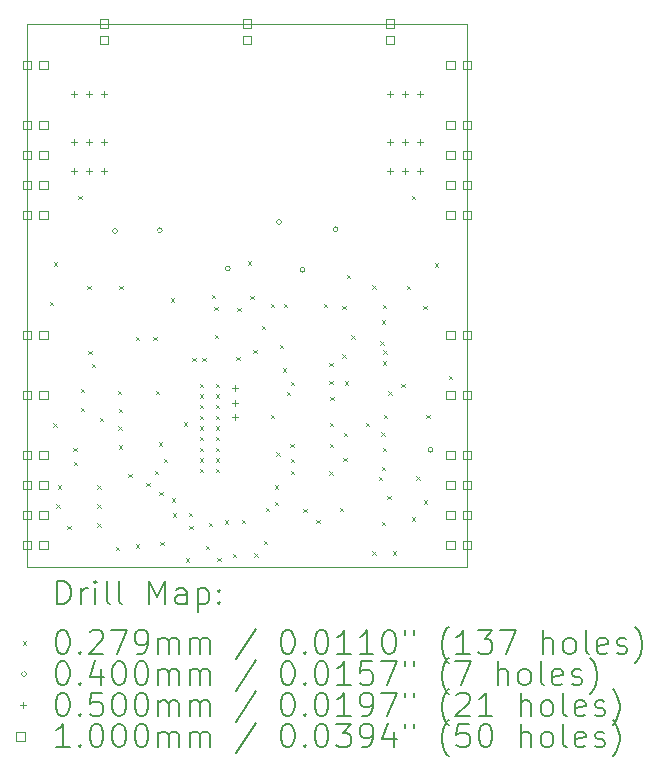
<source format=gbr>
%TF.GenerationSoftware,KiCad,Pcbnew,9.0.1*%
%TF.CreationDate,2025-04-05T23:32:22-07:00*%
%TF.ProjectId,LT8491-mezzanine,4c543834-3931-42d6-9d65-7a7a616e696e,1.1*%
%TF.SameCoordinates,Original*%
%TF.FileFunction,Drillmap*%
%TF.FilePolarity,Positive*%
%FSLAX45Y45*%
G04 Gerber Fmt 4.5, Leading zero omitted, Abs format (unit mm)*
G04 Created by KiCad (PCBNEW 9.0.1) date 2025-04-05 23:32:22*
%MOMM*%
%LPD*%
G01*
G04 APERTURE LIST*
%ADD10C,0.100000*%
%ADD11C,0.200000*%
G04 APERTURE END LIST*
D10*
X12925000Y-7575000D02*
X16650000Y-7575000D01*
X16650000Y-12175000D01*
X12925000Y-12175000D01*
X12925000Y-7575000D01*
D11*
D10*
X13121030Y-9931030D02*
X13148970Y-9958970D01*
X13148970Y-9931030D02*
X13121030Y-9958970D01*
X13149030Y-10961030D02*
X13176970Y-10988970D01*
X13176970Y-10961030D02*
X13149030Y-10988970D01*
X13151030Y-9596030D02*
X13178970Y-9623970D01*
X13178970Y-9596030D02*
X13151030Y-9623970D01*
X13173530Y-11645172D02*
X13201470Y-11673112D01*
X13201470Y-11645172D02*
X13173530Y-11673112D01*
X13186030Y-11485172D02*
X13213970Y-11513112D01*
X13213970Y-11485172D02*
X13186030Y-11513112D01*
X13266030Y-11826030D02*
X13293970Y-11853970D01*
X13293970Y-11826030D02*
X13266030Y-11853970D01*
X13317030Y-11165030D02*
X13344970Y-11192970D01*
X13344970Y-11165030D02*
X13317030Y-11192970D01*
X13323252Y-11288808D02*
X13351192Y-11316748D01*
X13351192Y-11288808D02*
X13323252Y-11316748D01*
X13361030Y-9036030D02*
X13388970Y-9063970D01*
X13388970Y-9036030D02*
X13361030Y-9063970D01*
X13382940Y-10665530D02*
X13410880Y-10693470D01*
X13410880Y-10665530D02*
X13382940Y-10693470D01*
X13382940Y-10830530D02*
X13410880Y-10858470D01*
X13410880Y-10830530D02*
X13382940Y-10858470D01*
X13436030Y-9796030D02*
X13463970Y-9823970D01*
X13463970Y-9796030D02*
X13436030Y-9823970D01*
X13446030Y-10346030D02*
X13473970Y-10373970D01*
X13473970Y-10346030D02*
X13446030Y-10373970D01*
X13476030Y-10456030D02*
X13503970Y-10483970D01*
X13503970Y-10456030D02*
X13476030Y-10483970D01*
X13520683Y-11807030D02*
X13548623Y-11834970D01*
X13548623Y-11807030D02*
X13520683Y-11834970D01*
X13521030Y-11486030D02*
X13548970Y-11513970D01*
X13548970Y-11486030D02*
X13521030Y-11513970D01*
X13521888Y-11645172D02*
X13549828Y-11673112D01*
X13549828Y-11645172D02*
X13521888Y-11673112D01*
X13541030Y-10911030D02*
X13568970Y-10938970D01*
X13568970Y-10911030D02*
X13541030Y-10938970D01*
X13676030Y-12006030D02*
X13703970Y-12033970D01*
X13703970Y-12006030D02*
X13676030Y-12033970D01*
X13697030Y-10686030D02*
X13724970Y-10713970D01*
X13724970Y-10686030D02*
X13697030Y-10713970D01*
X13700030Y-10986030D02*
X13727970Y-11013970D01*
X13727970Y-10986030D02*
X13700030Y-11013970D01*
X13701030Y-10836030D02*
X13728970Y-10863970D01*
X13728970Y-10836030D02*
X13701030Y-10863970D01*
X13701030Y-11147030D02*
X13728970Y-11174970D01*
X13728970Y-11147030D02*
X13701030Y-11174970D01*
X13706030Y-9796031D02*
X13733970Y-9823971D01*
X13733970Y-9796031D02*
X13706030Y-9823971D01*
X13783530Y-11386030D02*
X13811470Y-11413970D01*
X13811470Y-11386030D02*
X13783530Y-11413970D01*
X13846030Y-10226030D02*
X13873970Y-10253970D01*
X13873970Y-10226030D02*
X13846030Y-10253970D01*
X13846030Y-11984030D02*
X13873970Y-12011970D01*
X13873970Y-11984030D02*
X13846030Y-12011970D01*
X13936030Y-11467030D02*
X13963970Y-11494970D01*
X13963970Y-11467030D02*
X13936030Y-11494970D01*
X13996030Y-10226030D02*
X14023970Y-10253970D01*
X14023970Y-10226030D02*
X13996030Y-10253970D01*
X14007030Y-11364030D02*
X14034970Y-11391970D01*
X14034970Y-11364030D02*
X14007030Y-11391970D01*
X14016030Y-10686030D02*
X14043970Y-10713970D01*
X14043970Y-10686030D02*
X14016030Y-10713970D01*
X14040318Y-11121742D02*
X14068258Y-11149682D01*
X14068258Y-11121742D02*
X14040318Y-11149682D01*
X14046911Y-11542349D02*
X14074851Y-11570289D01*
X14074851Y-11542349D02*
X14046911Y-11570289D01*
X14054030Y-11962370D02*
X14081970Y-11990310D01*
X14081970Y-11962370D02*
X14054030Y-11990310D01*
X14085030Y-11259030D02*
X14112970Y-11286970D01*
X14112970Y-11259030D02*
X14085030Y-11286970D01*
X14146030Y-9901030D02*
X14173970Y-9928970D01*
X14173970Y-9901030D02*
X14146030Y-9928970D01*
X14151763Y-11594370D02*
X14179703Y-11622310D01*
X14179703Y-11594370D02*
X14151763Y-11622310D01*
X14161030Y-11722030D02*
X14188970Y-11749970D01*
X14188970Y-11722030D02*
X14161030Y-11749970D01*
X14255030Y-10953030D02*
X14282970Y-10980970D01*
X14282970Y-10953030D02*
X14255030Y-10980970D01*
X14268030Y-12104030D02*
X14295970Y-12131970D01*
X14295970Y-12104030D02*
X14268030Y-12131970D01*
X14293012Y-11718623D02*
X14320952Y-11746563D01*
X14320952Y-11718623D02*
X14293012Y-11746563D01*
X14300030Y-11826030D02*
X14327970Y-11853970D01*
X14327970Y-11826030D02*
X14300030Y-11853970D01*
X14326030Y-10406030D02*
X14353970Y-10433970D01*
X14353970Y-10406030D02*
X14326030Y-10433970D01*
X14386030Y-10626030D02*
X14413970Y-10653970D01*
X14413970Y-10626030D02*
X14386030Y-10653970D01*
X14386030Y-10716030D02*
X14413970Y-10743970D01*
X14413970Y-10716030D02*
X14386030Y-10743970D01*
X14386030Y-10806030D02*
X14413970Y-10833970D01*
X14413970Y-10806030D02*
X14386030Y-10833970D01*
X14386030Y-10896030D02*
X14413970Y-10923970D01*
X14413970Y-10896030D02*
X14386030Y-10923970D01*
X14386030Y-10986030D02*
X14413970Y-11013970D01*
X14413970Y-10986030D02*
X14386030Y-11013970D01*
X14386030Y-11076030D02*
X14413970Y-11103970D01*
X14413970Y-11076030D02*
X14386030Y-11103970D01*
X14386030Y-11166030D02*
X14413970Y-11193970D01*
X14413970Y-11166030D02*
X14386030Y-11193970D01*
X14386030Y-11256030D02*
X14413970Y-11283970D01*
X14413970Y-11256030D02*
X14386030Y-11283970D01*
X14386030Y-11346030D02*
X14413970Y-11373970D01*
X14413970Y-11346030D02*
X14386030Y-11373970D01*
X14410827Y-10407028D02*
X14438767Y-10434968D01*
X14438767Y-10407028D02*
X14410827Y-10434968D01*
X14441987Y-11997690D02*
X14469927Y-12025630D01*
X14469927Y-11997690D02*
X14441987Y-12025630D01*
X14467215Y-11800046D02*
X14495155Y-11827986D01*
X14495155Y-11800046D02*
X14467215Y-11827986D01*
X14491647Y-9875169D02*
X14519587Y-9903109D01*
X14519587Y-9875169D02*
X14491647Y-9903109D01*
X14511030Y-9976030D02*
X14538970Y-10003970D01*
X14538970Y-9976030D02*
X14511030Y-10003970D01*
X14518530Y-10213530D02*
X14546470Y-10241470D01*
X14546470Y-10213530D02*
X14518530Y-10241470D01*
X14526030Y-10626030D02*
X14553970Y-10653970D01*
X14553970Y-10626030D02*
X14526030Y-10653970D01*
X14526030Y-10716030D02*
X14553970Y-10743970D01*
X14553970Y-10716030D02*
X14526030Y-10743970D01*
X14526030Y-10806030D02*
X14553970Y-10833970D01*
X14553970Y-10806030D02*
X14526030Y-10833970D01*
X14526030Y-10896030D02*
X14553970Y-10923970D01*
X14553970Y-10896030D02*
X14526030Y-10923970D01*
X14526030Y-10986030D02*
X14553970Y-11013970D01*
X14553970Y-10986030D02*
X14526030Y-11013970D01*
X14526030Y-11076030D02*
X14553970Y-11103970D01*
X14553970Y-11076030D02*
X14526030Y-11103970D01*
X14526030Y-11166030D02*
X14553970Y-11193970D01*
X14553970Y-11166030D02*
X14526030Y-11193970D01*
X14526030Y-11256030D02*
X14553970Y-11283970D01*
X14553970Y-11256030D02*
X14526030Y-11283970D01*
X14526030Y-11346030D02*
X14553970Y-11373970D01*
X14553970Y-11346030D02*
X14526030Y-11373970D01*
X14538030Y-12102030D02*
X14565970Y-12129970D01*
X14565970Y-12102030D02*
X14538030Y-12129970D01*
X14598644Y-11780415D02*
X14626584Y-11808355D01*
X14626584Y-11780415D02*
X14598644Y-11808355D01*
X14671030Y-12064030D02*
X14698970Y-12091970D01*
X14698970Y-12064030D02*
X14671030Y-12091970D01*
X14699030Y-10400030D02*
X14726970Y-10427970D01*
X14726970Y-10400030D02*
X14699030Y-10427970D01*
X14706030Y-9981030D02*
X14733970Y-10008970D01*
X14733970Y-9981030D02*
X14706030Y-10008970D01*
X14744030Y-11775030D02*
X14771970Y-11802970D01*
X14771970Y-11775030D02*
X14744030Y-11802970D01*
X14796031Y-9589780D02*
X14823971Y-9617720D01*
X14823971Y-9589780D02*
X14796031Y-9617720D01*
X14816030Y-9882280D02*
X14843970Y-9910220D01*
X14843970Y-9882280D02*
X14816030Y-9910220D01*
X14841030Y-10336030D02*
X14868970Y-10363970D01*
X14868970Y-10336030D02*
X14841030Y-10363970D01*
X14851030Y-12061030D02*
X14878970Y-12088970D01*
X14878970Y-12061030D02*
X14851030Y-12088970D01*
X14916030Y-10136030D02*
X14943970Y-10163970D01*
X14943970Y-10136030D02*
X14916030Y-10163970D01*
X14930030Y-11958030D02*
X14957970Y-11985970D01*
X14957970Y-11958030D02*
X14930030Y-11985970D01*
X14948742Y-11676742D02*
X14976682Y-11704682D01*
X14976682Y-11676742D02*
X14948742Y-11704682D01*
X14991030Y-9946030D02*
X15018970Y-9973970D01*
X15018970Y-9946030D02*
X14991030Y-9973970D01*
X14991030Y-10890030D02*
X15018970Y-10917970D01*
X15018970Y-10890030D02*
X14991030Y-10917970D01*
X15025030Y-11486030D02*
X15052970Y-11513970D01*
X15052970Y-11486030D02*
X15025030Y-11513970D01*
X15026030Y-11622030D02*
X15053970Y-11649970D01*
X15053970Y-11622030D02*
X15026030Y-11649970D01*
X15035434Y-11204678D02*
X15063374Y-11232618D01*
X15063374Y-11204678D02*
X15035434Y-11232618D01*
X15064030Y-10294030D02*
X15091970Y-10321970D01*
X15091970Y-10294030D02*
X15064030Y-10321970D01*
X15089175Y-10494085D02*
X15117115Y-10522025D01*
X15117115Y-10494085D02*
X15089175Y-10522025D01*
X15101030Y-9946030D02*
X15128970Y-9973970D01*
X15128970Y-9946030D02*
X15101030Y-9973970D01*
X15125030Y-10695030D02*
X15152970Y-10722970D01*
X15152970Y-10695030D02*
X15125030Y-10722970D01*
X15154030Y-11135030D02*
X15181970Y-11162970D01*
X15181970Y-11135030D02*
X15154030Y-11162970D01*
X15157667Y-11262667D02*
X15185607Y-11290607D01*
X15185607Y-11262667D02*
X15157667Y-11290607D01*
X15161030Y-10608030D02*
X15188970Y-10635970D01*
X15188970Y-10608030D02*
X15161030Y-10635970D01*
X15161030Y-11361030D02*
X15188970Y-11388970D01*
X15188970Y-11361030D02*
X15161030Y-11388970D01*
X15266030Y-11686030D02*
X15293970Y-11713970D01*
X15293970Y-11686030D02*
X15266030Y-11713970D01*
X15376030Y-11776030D02*
X15403970Y-11803970D01*
X15403970Y-11776030D02*
X15376030Y-11803970D01*
X15441030Y-9951030D02*
X15468970Y-9978970D01*
X15468970Y-9951030D02*
X15441030Y-9978970D01*
X15486030Y-10446030D02*
X15513970Y-10473970D01*
X15513970Y-10446030D02*
X15486030Y-10473970D01*
X15486030Y-10601030D02*
X15513970Y-10628970D01*
X15513970Y-10601030D02*
X15486030Y-10628970D01*
X15486030Y-11366030D02*
X15513970Y-11393970D01*
X15513970Y-11366030D02*
X15486030Y-11393970D01*
X15491030Y-11136030D02*
X15518970Y-11163970D01*
X15518970Y-11136030D02*
X15491030Y-11163970D01*
X15492030Y-10954030D02*
X15519970Y-10981970D01*
X15519970Y-10954030D02*
X15492030Y-10981970D01*
X15493030Y-10734370D02*
X15520970Y-10762310D01*
X15520970Y-10734370D02*
X15493030Y-10762310D01*
X15576030Y-11676030D02*
X15603970Y-11703970D01*
X15603970Y-11676030D02*
X15576030Y-11703970D01*
X15596030Y-9966030D02*
X15623970Y-9993970D01*
X15623970Y-9966030D02*
X15596030Y-9993970D01*
X15596030Y-10376030D02*
X15623970Y-10403970D01*
X15623970Y-10376030D02*
X15596030Y-10403970D01*
X15604990Y-11249869D02*
X15632930Y-11277809D01*
X15632930Y-11249869D02*
X15604990Y-11277809D01*
X15608030Y-11039030D02*
X15635970Y-11066970D01*
X15635970Y-11039030D02*
X15608030Y-11066970D01*
X15618015Y-10605911D02*
X15645955Y-10633851D01*
X15645955Y-10605911D02*
X15618015Y-10633851D01*
X15635030Y-9703097D02*
X15662970Y-9731037D01*
X15662970Y-9703097D02*
X15635030Y-9731037D01*
X15671030Y-10216030D02*
X15698970Y-10243970D01*
X15698970Y-10216030D02*
X15671030Y-10243970D01*
X15794030Y-10954030D02*
X15821970Y-10981970D01*
X15821970Y-10954030D02*
X15794030Y-10981970D01*
X15848530Y-12045030D02*
X15876470Y-12072970D01*
X15876470Y-12045030D02*
X15848530Y-12072970D01*
X15849780Y-9793136D02*
X15877720Y-9821076D01*
X15877720Y-9793136D02*
X15849780Y-9821076D01*
X15906030Y-11416030D02*
X15933970Y-11443970D01*
X15933970Y-11416030D02*
X15906030Y-11443970D01*
X15916030Y-10266030D02*
X15943970Y-10293970D01*
X15943970Y-10266030D02*
X15916030Y-10293970D01*
X15926030Y-11036030D02*
X15953970Y-11063970D01*
X15953970Y-11036030D02*
X15926030Y-11063970D01*
X15931030Y-11328530D02*
X15958970Y-11356470D01*
X15958970Y-11328530D02*
X15931030Y-11356470D01*
X15932030Y-10089030D02*
X15959970Y-10116970D01*
X15959970Y-10089030D02*
X15932030Y-10116970D01*
X15932030Y-11796030D02*
X15959970Y-11823970D01*
X15959970Y-11796030D02*
X15932030Y-11823970D01*
X15936030Y-9956030D02*
X15963970Y-9983970D01*
X15963970Y-9956030D02*
X15936030Y-9983970D01*
X15936030Y-10436030D02*
X15963970Y-10463970D01*
X15963970Y-10436030D02*
X15936030Y-10463970D01*
X15936940Y-11165994D02*
X15964880Y-11193934D01*
X15964880Y-11165994D02*
X15936940Y-11193934D01*
X15943650Y-10342080D02*
X15971590Y-10370020D01*
X15971590Y-10342080D02*
X15943650Y-10370020D01*
X15946030Y-10887672D02*
X15973970Y-10915612D01*
X15973970Y-10887672D02*
X15946030Y-10915612D01*
X15976030Y-11576030D02*
X16003970Y-11603970D01*
X16003970Y-11576030D02*
X15976030Y-11603970D01*
X15984584Y-10688584D02*
X16012524Y-10716524D01*
X16012524Y-10688584D02*
X15984584Y-10716524D01*
X16023530Y-12045030D02*
X16051470Y-12072970D01*
X16051470Y-12045030D02*
X16023530Y-12072970D01*
X16094030Y-10628030D02*
X16121970Y-10655970D01*
X16121970Y-10628030D02*
X16094030Y-10655970D01*
X16143881Y-9796030D02*
X16171821Y-9823970D01*
X16171821Y-9796030D02*
X16143881Y-9823970D01*
X16186030Y-9036030D02*
X16213970Y-9063970D01*
X16213970Y-9036030D02*
X16186030Y-9063970D01*
X16186030Y-11756030D02*
X16213970Y-11783970D01*
X16213970Y-11756030D02*
X16186030Y-11783970D01*
X16221030Y-11408530D02*
X16248970Y-11436470D01*
X16248970Y-11408530D02*
X16221030Y-11436470D01*
X16280370Y-9968030D02*
X16308310Y-9995970D01*
X16308310Y-9968030D02*
X16280370Y-9995970D01*
X16286030Y-11611030D02*
X16313970Y-11638970D01*
X16313970Y-11611030D02*
X16286030Y-11638970D01*
X16306030Y-10886030D02*
X16333970Y-10913970D01*
X16333970Y-10886030D02*
X16306030Y-10913970D01*
X16381030Y-9606030D02*
X16408970Y-9633970D01*
X16408970Y-9606030D02*
X16381030Y-9633970D01*
X16496030Y-10556030D02*
X16523970Y-10583970D01*
X16523970Y-10556030D02*
X16496030Y-10583970D01*
X13690000Y-9332500D02*
G75*
G02*
X13650000Y-9332500I-20000J0D01*
G01*
X13650000Y-9332500D02*
G75*
G02*
X13690000Y-9332500I20000J0D01*
G01*
X14070000Y-9325000D02*
G75*
G02*
X14030000Y-9325000I-20000J0D01*
G01*
X14030000Y-9325000D02*
G75*
G02*
X14070000Y-9325000I20000J0D01*
G01*
X14645000Y-9650000D02*
G75*
G02*
X14605000Y-9650000I-20000J0D01*
G01*
X14605000Y-9650000D02*
G75*
G02*
X14645000Y-9650000I20000J0D01*
G01*
X15080000Y-9255929D02*
G75*
G02*
X15040000Y-9255929I-20000J0D01*
G01*
X15040000Y-9255929D02*
G75*
G02*
X15080000Y-9255929I20000J0D01*
G01*
X15278000Y-9659000D02*
G75*
G02*
X15238000Y-9659000I-20000J0D01*
G01*
X15238000Y-9659000D02*
G75*
G02*
X15278000Y-9659000I20000J0D01*
G01*
X15558962Y-9317083D02*
G75*
G02*
X15518962Y-9317083I-20000J0D01*
G01*
X15518962Y-9317083D02*
G75*
G02*
X15558962Y-9317083I20000J0D01*
G01*
X16362500Y-11185000D02*
G75*
G02*
X16322500Y-11185000I-20000J0D01*
G01*
X16322500Y-11185000D02*
G75*
G02*
X16362500Y-11185000I20000J0D01*
G01*
X13325000Y-8150000D02*
X13325000Y-8200000D01*
X13300000Y-8175000D02*
X13350000Y-8175000D01*
X13325000Y-8550000D02*
X13325000Y-8600000D01*
X13300000Y-8575000D02*
X13350000Y-8575000D01*
X13325000Y-8800000D02*
X13325000Y-8850000D01*
X13300000Y-8825000D02*
X13350000Y-8825000D01*
X13450000Y-8150000D02*
X13450000Y-8200000D01*
X13425000Y-8175000D02*
X13475000Y-8175000D01*
X13450000Y-8550000D02*
X13450000Y-8600000D01*
X13425000Y-8575000D02*
X13475000Y-8575000D01*
X13450000Y-8800000D02*
X13450000Y-8850000D01*
X13425000Y-8825000D02*
X13475000Y-8825000D01*
X13575000Y-8150000D02*
X13575000Y-8200000D01*
X13550000Y-8175000D02*
X13600000Y-8175000D01*
X13575000Y-8550000D02*
X13575000Y-8600000D01*
X13550000Y-8575000D02*
X13600000Y-8575000D01*
X13575000Y-8800000D02*
X13575000Y-8850000D01*
X13550000Y-8825000D02*
X13600000Y-8825000D01*
X14690000Y-10635000D02*
X14690000Y-10685000D01*
X14665000Y-10660000D02*
X14715000Y-10660000D01*
X14690000Y-10760000D02*
X14690000Y-10810000D01*
X14665000Y-10785000D02*
X14715000Y-10785000D01*
X14690000Y-10885000D02*
X14690000Y-10935000D01*
X14665000Y-10910000D02*
X14715000Y-10910000D01*
X16000000Y-8150000D02*
X16000000Y-8200000D01*
X15975000Y-8175000D02*
X16025000Y-8175000D01*
X16000000Y-8550000D02*
X16000000Y-8600000D01*
X15975000Y-8575000D02*
X16025000Y-8575000D01*
X16000000Y-8800000D02*
X16000000Y-8850000D01*
X15975000Y-8825000D02*
X16025000Y-8825000D01*
X16125000Y-8150000D02*
X16125000Y-8200000D01*
X16100000Y-8175000D02*
X16150000Y-8175000D01*
X16125000Y-8550000D02*
X16125000Y-8600000D01*
X16100000Y-8575000D02*
X16150000Y-8575000D01*
X16125000Y-8800000D02*
X16125000Y-8850000D01*
X16100000Y-8825000D02*
X16150000Y-8825000D01*
X16250000Y-8150000D02*
X16250000Y-8200000D01*
X16225000Y-8175000D02*
X16275000Y-8175000D01*
X16250000Y-8550000D02*
X16250000Y-8600000D01*
X16225000Y-8575000D02*
X16275000Y-8575000D01*
X16250000Y-8800000D02*
X16250000Y-8850000D01*
X16225000Y-8825000D02*
X16275000Y-8825000D01*
X12960356Y-7964356D02*
X12960356Y-7893644D01*
X12889644Y-7893644D01*
X12889644Y-7964356D01*
X12960356Y-7964356D01*
X12960356Y-8472356D02*
X12960356Y-8401644D01*
X12889644Y-8401644D01*
X12889644Y-8472356D01*
X12960356Y-8472356D01*
X12960356Y-8726356D02*
X12960356Y-8655644D01*
X12889644Y-8655644D01*
X12889644Y-8726356D01*
X12960356Y-8726356D01*
X12960356Y-8980356D02*
X12960356Y-8909644D01*
X12889644Y-8909644D01*
X12889644Y-8980356D01*
X12960356Y-8980356D01*
X12960356Y-9234356D02*
X12960356Y-9163644D01*
X12889644Y-9163644D01*
X12889644Y-9234356D01*
X12960356Y-9234356D01*
X12960356Y-10250356D02*
X12960356Y-10179644D01*
X12889644Y-10179644D01*
X12889644Y-10250356D01*
X12960356Y-10250356D01*
X12960356Y-10758356D02*
X12960356Y-10687644D01*
X12889644Y-10687644D01*
X12889644Y-10758356D01*
X12960356Y-10758356D01*
X12960356Y-11266356D02*
X12960356Y-11195644D01*
X12889644Y-11195644D01*
X12889644Y-11266356D01*
X12960356Y-11266356D01*
X12960356Y-11520356D02*
X12960356Y-11449644D01*
X12889644Y-11449644D01*
X12889644Y-11520356D01*
X12960356Y-11520356D01*
X12960356Y-11774356D02*
X12960356Y-11703644D01*
X12889644Y-11703644D01*
X12889644Y-11774356D01*
X12960356Y-11774356D01*
X12960356Y-12028356D02*
X12960356Y-11957644D01*
X12889644Y-11957644D01*
X12889644Y-12028356D01*
X12960356Y-12028356D01*
X13100356Y-7964356D02*
X13100356Y-7893644D01*
X13029644Y-7893644D01*
X13029644Y-7964356D01*
X13100356Y-7964356D01*
X13100356Y-8472356D02*
X13100356Y-8401644D01*
X13029644Y-8401644D01*
X13029644Y-8472356D01*
X13100356Y-8472356D01*
X13100356Y-8726356D02*
X13100356Y-8655644D01*
X13029644Y-8655644D01*
X13029644Y-8726356D01*
X13100356Y-8726356D01*
X13100356Y-8980356D02*
X13100356Y-8909644D01*
X13029644Y-8909644D01*
X13029644Y-8980356D01*
X13100356Y-8980356D01*
X13100356Y-9234356D02*
X13100356Y-9163644D01*
X13029644Y-9163644D01*
X13029644Y-9234356D01*
X13100356Y-9234356D01*
X13100356Y-10250356D02*
X13100356Y-10179644D01*
X13029644Y-10179644D01*
X13029644Y-10250356D01*
X13100356Y-10250356D01*
X13100356Y-10758356D02*
X13100356Y-10687644D01*
X13029644Y-10687644D01*
X13029644Y-10758356D01*
X13100356Y-10758356D01*
X13100356Y-11266356D02*
X13100356Y-11195644D01*
X13029644Y-11195644D01*
X13029644Y-11266356D01*
X13100356Y-11266356D01*
X13100356Y-11520356D02*
X13100356Y-11449644D01*
X13029644Y-11449644D01*
X13029644Y-11520356D01*
X13100356Y-11520356D01*
X13100356Y-11774356D02*
X13100356Y-11703644D01*
X13029644Y-11703644D01*
X13029644Y-11774356D01*
X13100356Y-11774356D01*
X13100356Y-12028356D02*
X13100356Y-11957644D01*
X13029644Y-11957644D01*
X13029644Y-12028356D01*
X13100356Y-12028356D01*
X13610356Y-7610356D02*
X13610356Y-7539644D01*
X13539644Y-7539644D01*
X13539644Y-7610356D01*
X13610356Y-7610356D01*
X13610356Y-7750356D02*
X13610356Y-7679644D01*
X13539644Y-7679644D01*
X13539644Y-7750356D01*
X13610356Y-7750356D01*
X14822856Y-7610356D02*
X14822856Y-7539644D01*
X14752144Y-7539644D01*
X14752144Y-7610356D01*
X14822856Y-7610356D01*
X14822856Y-7750356D02*
X14822856Y-7679644D01*
X14752144Y-7679644D01*
X14752144Y-7750356D01*
X14822856Y-7750356D01*
X16035356Y-7610356D02*
X16035356Y-7539644D01*
X15964644Y-7539644D01*
X15964644Y-7610356D01*
X16035356Y-7610356D01*
X16035356Y-7750356D02*
X16035356Y-7679644D01*
X15964644Y-7679644D01*
X15964644Y-7750356D01*
X16035356Y-7750356D01*
X16545355Y-7964357D02*
X16545355Y-7893645D01*
X16474644Y-7893645D01*
X16474644Y-7964357D01*
X16545355Y-7964357D01*
X16545355Y-8472357D02*
X16545355Y-8401646D01*
X16474644Y-8401646D01*
X16474644Y-8472357D01*
X16545355Y-8472357D01*
X16545356Y-8726356D02*
X16545356Y-8655644D01*
X16474644Y-8655644D01*
X16474644Y-8726356D01*
X16545356Y-8726356D01*
X16545356Y-8980356D02*
X16545356Y-8909644D01*
X16474644Y-8909644D01*
X16474644Y-8980356D01*
X16545356Y-8980356D01*
X16545356Y-9234356D02*
X16545356Y-9163644D01*
X16474644Y-9163644D01*
X16474644Y-9234356D01*
X16545356Y-9234356D01*
X16545356Y-10250356D02*
X16545356Y-10179644D01*
X16474644Y-10179644D01*
X16474644Y-10250356D01*
X16545356Y-10250356D01*
X16545356Y-10758356D02*
X16545356Y-10687644D01*
X16474644Y-10687644D01*
X16474644Y-10758356D01*
X16545356Y-10758356D01*
X16545356Y-11266356D02*
X16545356Y-11195644D01*
X16474644Y-11195644D01*
X16474644Y-11266356D01*
X16545356Y-11266356D01*
X16545356Y-11520356D02*
X16545356Y-11449644D01*
X16474644Y-11449644D01*
X16474644Y-11520356D01*
X16545356Y-11520356D01*
X16545356Y-11774356D02*
X16545356Y-11703644D01*
X16474644Y-11703644D01*
X16474644Y-11774356D01*
X16545356Y-11774356D01*
X16545356Y-12028356D02*
X16545356Y-11957644D01*
X16474644Y-11957644D01*
X16474644Y-12028356D01*
X16545356Y-12028356D01*
X16685355Y-7964357D02*
X16685355Y-7893645D01*
X16614644Y-7893645D01*
X16614644Y-7964357D01*
X16685355Y-7964357D01*
X16685355Y-8472357D02*
X16685355Y-8401646D01*
X16614644Y-8401646D01*
X16614644Y-8472357D01*
X16685355Y-8472357D01*
X16685356Y-8726356D02*
X16685356Y-8655644D01*
X16614644Y-8655644D01*
X16614644Y-8726356D01*
X16685356Y-8726356D01*
X16685356Y-8980356D02*
X16685356Y-8909644D01*
X16614644Y-8909644D01*
X16614644Y-8980356D01*
X16685356Y-8980356D01*
X16685356Y-9234356D02*
X16685356Y-9163644D01*
X16614644Y-9163644D01*
X16614644Y-9234356D01*
X16685356Y-9234356D01*
X16685356Y-10250356D02*
X16685356Y-10179644D01*
X16614644Y-10179644D01*
X16614644Y-10250356D01*
X16685356Y-10250356D01*
X16685356Y-10758356D02*
X16685356Y-10687644D01*
X16614644Y-10687644D01*
X16614644Y-10758356D01*
X16685356Y-10758356D01*
X16685356Y-11266356D02*
X16685356Y-11195644D01*
X16614644Y-11195644D01*
X16614644Y-11266356D01*
X16685356Y-11266356D01*
X16685356Y-11520356D02*
X16685356Y-11449644D01*
X16614644Y-11449644D01*
X16614644Y-11520356D01*
X16685356Y-11520356D01*
X16685356Y-11774356D02*
X16685356Y-11703644D01*
X16614644Y-11703644D01*
X16614644Y-11774356D01*
X16685356Y-11774356D01*
X16685356Y-12028356D02*
X16685356Y-11957644D01*
X16614644Y-11957644D01*
X16614644Y-12028356D01*
X16685356Y-12028356D01*
D11*
X13180777Y-12491484D02*
X13180777Y-12291484D01*
X13180777Y-12291484D02*
X13228396Y-12291484D01*
X13228396Y-12291484D02*
X13256967Y-12301008D01*
X13256967Y-12301008D02*
X13276015Y-12320055D01*
X13276015Y-12320055D02*
X13285539Y-12339103D01*
X13285539Y-12339103D02*
X13295062Y-12377198D01*
X13295062Y-12377198D02*
X13295062Y-12405769D01*
X13295062Y-12405769D02*
X13285539Y-12443865D01*
X13285539Y-12443865D02*
X13276015Y-12462912D01*
X13276015Y-12462912D02*
X13256967Y-12481960D01*
X13256967Y-12481960D02*
X13228396Y-12491484D01*
X13228396Y-12491484D02*
X13180777Y-12491484D01*
X13380777Y-12491484D02*
X13380777Y-12358150D01*
X13380777Y-12396246D02*
X13390301Y-12377198D01*
X13390301Y-12377198D02*
X13399824Y-12367674D01*
X13399824Y-12367674D02*
X13418872Y-12358150D01*
X13418872Y-12358150D02*
X13437920Y-12358150D01*
X13504586Y-12491484D02*
X13504586Y-12358150D01*
X13504586Y-12291484D02*
X13495062Y-12301008D01*
X13495062Y-12301008D02*
X13504586Y-12310531D01*
X13504586Y-12310531D02*
X13514110Y-12301008D01*
X13514110Y-12301008D02*
X13504586Y-12291484D01*
X13504586Y-12291484D02*
X13504586Y-12310531D01*
X13628396Y-12491484D02*
X13609348Y-12481960D01*
X13609348Y-12481960D02*
X13599824Y-12462912D01*
X13599824Y-12462912D02*
X13599824Y-12291484D01*
X13733158Y-12491484D02*
X13714110Y-12481960D01*
X13714110Y-12481960D02*
X13704586Y-12462912D01*
X13704586Y-12462912D02*
X13704586Y-12291484D01*
X13961729Y-12491484D02*
X13961729Y-12291484D01*
X13961729Y-12291484D02*
X14028396Y-12434341D01*
X14028396Y-12434341D02*
X14095062Y-12291484D01*
X14095062Y-12291484D02*
X14095062Y-12491484D01*
X14276015Y-12491484D02*
X14276015Y-12386722D01*
X14276015Y-12386722D02*
X14266491Y-12367674D01*
X14266491Y-12367674D02*
X14247443Y-12358150D01*
X14247443Y-12358150D02*
X14209348Y-12358150D01*
X14209348Y-12358150D02*
X14190301Y-12367674D01*
X14276015Y-12481960D02*
X14256967Y-12491484D01*
X14256967Y-12491484D02*
X14209348Y-12491484D01*
X14209348Y-12491484D02*
X14190301Y-12481960D01*
X14190301Y-12481960D02*
X14180777Y-12462912D01*
X14180777Y-12462912D02*
X14180777Y-12443865D01*
X14180777Y-12443865D02*
X14190301Y-12424817D01*
X14190301Y-12424817D02*
X14209348Y-12415293D01*
X14209348Y-12415293D02*
X14256967Y-12415293D01*
X14256967Y-12415293D02*
X14276015Y-12405769D01*
X14371253Y-12358150D02*
X14371253Y-12558150D01*
X14371253Y-12367674D02*
X14390301Y-12358150D01*
X14390301Y-12358150D02*
X14428396Y-12358150D01*
X14428396Y-12358150D02*
X14447443Y-12367674D01*
X14447443Y-12367674D02*
X14456967Y-12377198D01*
X14456967Y-12377198D02*
X14466491Y-12396246D01*
X14466491Y-12396246D02*
X14466491Y-12453388D01*
X14466491Y-12453388D02*
X14456967Y-12472436D01*
X14456967Y-12472436D02*
X14447443Y-12481960D01*
X14447443Y-12481960D02*
X14428396Y-12491484D01*
X14428396Y-12491484D02*
X14390301Y-12491484D01*
X14390301Y-12491484D02*
X14371253Y-12481960D01*
X14552205Y-12472436D02*
X14561729Y-12481960D01*
X14561729Y-12481960D02*
X14552205Y-12491484D01*
X14552205Y-12491484D02*
X14542682Y-12481960D01*
X14542682Y-12481960D02*
X14552205Y-12472436D01*
X14552205Y-12472436D02*
X14552205Y-12491484D01*
X14552205Y-12367674D02*
X14561729Y-12377198D01*
X14561729Y-12377198D02*
X14552205Y-12386722D01*
X14552205Y-12386722D02*
X14542682Y-12377198D01*
X14542682Y-12377198D02*
X14552205Y-12367674D01*
X14552205Y-12367674D02*
X14552205Y-12386722D01*
D10*
X12892060Y-12806030D02*
X12920000Y-12833970D01*
X12920000Y-12806030D02*
X12892060Y-12833970D01*
D11*
X13218872Y-12711484D02*
X13237920Y-12711484D01*
X13237920Y-12711484D02*
X13256967Y-12721008D01*
X13256967Y-12721008D02*
X13266491Y-12730531D01*
X13266491Y-12730531D02*
X13276015Y-12749579D01*
X13276015Y-12749579D02*
X13285539Y-12787674D01*
X13285539Y-12787674D02*
X13285539Y-12835293D01*
X13285539Y-12835293D02*
X13276015Y-12873388D01*
X13276015Y-12873388D02*
X13266491Y-12892436D01*
X13266491Y-12892436D02*
X13256967Y-12901960D01*
X13256967Y-12901960D02*
X13237920Y-12911484D01*
X13237920Y-12911484D02*
X13218872Y-12911484D01*
X13218872Y-12911484D02*
X13199824Y-12901960D01*
X13199824Y-12901960D02*
X13190301Y-12892436D01*
X13190301Y-12892436D02*
X13180777Y-12873388D01*
X13180777Y-12873388D02*
X13171253Y-12835293D01*
X13171253Y-12835293D02*
X13171253Y-12787674D01*
X13171253Y-12787674D02*
X13180777Y-12749579D01*
X13180777Y-12749579D02*
X13190301Y-12730531D01*
X13190301Y-12730531D02*
X13199824Y-12721008D01*
X13199824Y-12721008D02*
X13218872Y-12711484D01*
X13371253Y-12892436D02*
X13380777Y-12901960D01*
X13380777Y-12901960D02*
X13371253Y-12911484D01*
X13371253Y-12911484D02*
X13361729Y-12901960D01*
X13361729Y-12901960D02*
X13371253Y-12892436D01*
X13371253Y-12892436D02*
X13371253Y-12911484D01*
X13456967Y-12730531D02*
X13466491Y-12721008D01*
X13466491Y-12721008D02*
X13485539Y-12711484D01*
X13485539Y-12711484D02*
X13533158Y-12711484D01*
X13533158Y-12711484D02*
X13552205Y-12721008D01*
X13552205Y-12721008D02*
X13561729Y-12730531D01*
X13561729Y-12730531D02*
X13571253Y-12749579D01*
X13571253Y-12749579D02*
X13571253Y-12768627D01*
X13571253Y-12768627D02*
X13561729Y-12797198D01*
X13561729Y-12797198D02*
X13447443Y-12911484D01*
X13447443Y-12911484D02*
X13571253Y-12911484D01*
X13637920Y-12711484D02*
X13771253Y-12711484D01*
X13771253Y-12711484D02*
X13685539Y-12911484D01*
X13856967Y-12911484D02*
X13895062Y-12911484D01*
X13895062Y-12911484D02*
X13914110Y-12901960D01*
X13914110Y-12901960D02*
X13923634Y-12892436D01*
X13923634Y-12892436D02*
X13942682Y-12863865D01*
X13942682Y-12863865D02*
X13952205Y-12825769D01*
X13952205Y-12825769D02*
X13952205Y-12749579D01*
X13952205Y-12749579D02*
X13942682Y-12730531D01*
X13942682Y-12730531D02*
X13933158Y-12721008D01*
X13933158Y-12721008D02*
X13914110Y-12711484D01*
X13914110Y-12711484D02*
X13876015Y-12711484D01*
X13876015Y-12711484D02*
X13856967Y-12721008D01*
X13856967Y-12721008D02*
X13847443Y-12730531D01*
X13847443Y-12730531D02*
X13837920Y-12749579D01*
X13837920Y-12749579D02*
X13837920Y-12797198D01*
X13837920Y-12797198D02*
X13847443Y-12816246D01*
X13847443Y-12816246D02*
X13856967Y-12825769D01*
X13856967Y-12825769D02*
X13876015Y-12835293D01*
X13876015Y-12835293D02*
X13914110Y-12835293D01*
X13914110Y-12835293D02*
X13933158Y-12825769D01*
X13933158Y-12825769D02*
X13942682Y-12816246D01*
X13942682Y-12816246D02*
X13952205Y-12797198D01*
X14037920Y-12911484D02*
X14037920Y-12778150D01*
X14037920Y-12797198D02*
X14047443Y-12787674D01*
X14047443Y-12787674D02*
X14066491Y-12778150D01*
X14066491Y-12778150D02*
X14095063Y-12778150D01*
X14095063Y-12778150D02*
X14114110Y-12787674D01*
X14114110Y-12787674D02*
X14123634Y-12806722D01*
X14123634Y-12806722D02*
X14123634Y-12911484D01*
X14123634Y-12806722D02*
X14133158Y-12787674D01*
X14133158Y-12787674D02*
X14152205Y-12778150D01*
X14152205Y-12778150D02*
X14180777Y-12778150D01*
X14180777Y-12778150D02*
X14199824Y-12787674D01*
X14199824Y-12787674D02*
X14209348Y-12806722D01*
X14209348Y-12806722D02*
X14209348Y-12911484D01*
X14304586Y-12911484D02*
X14304586Y-12778150D01*
X14304586Y-12797198D02*
X14314110Y-12787674D01*
X14314110Y-12787674D02*
X14333158Y-12778150D01*
X14333158Y-12778150D02*
X14361729Y-12778150D01*
X14361729Y-12778150D02*
X14380777Y-12787674D01*
X14380777Y-12787674D02*
X14390301Y-12806722D01*
X14390301Y-12806722D02*
X14390301Y-12911484D01*
X14390301Y-12806722D02*
X14399824Y-12787674D01*
X14399824Y-12787674D02*
X14418872Y-12778150D01*
X14418872Y-12778150D02*
X14447443Y-12778150D01*
X14447443Y-12778150D02*
X14466491Y-12787674D01*
X14466491Y-12787674D02*
X14476015Y-12806722D01*
X14476015Y-12806722D02*
X14476015Y-12911484D01*
X14866491Y-12701960D02*
X14695063Y-12959103D01*
X15123634Y-12711484D02*
X15142682Y-12711484D01*
X15142682Y-12711484D02*
X15161729Y-12721008D01*
X15161729Y-12721008D02*
X15171253Y-12730531D01*
X15171253Y-12730531D02*
X15180777Y-12749579D01*
X15180777Y-12749579D02*
X15190301Y-12787674D01*
X15190301Y-12787674D02*
X15190301Y-12835293D01*
X15190301Y-12835293D02*
X15180777Y-12873388D01*
X15180777Y-12873388D02*
X15171253Y-12892436D01*
X15171253Y-12892436D02*
X15161729Y-12901960D01*
X15161729Y-12901960D02*
X15142682Y-12911484D01*
X15142682Y-12911484D02*
X15123634Y-12911484D01*
X15123634Y-12911484D02*
X15104586Y-12901960D01*
X15104586Y-12901960D02*
X15095063Y-12892436D01*
X15095063Y-12892436D02*
X15085539Y-12873388D01*
X15085539Y-12873388D02*
X15076015Y-12835293D01*
X15076015Y-12835293D02*
X15076015Y-12787674D01*
X15076015Y-12787674D02*
X15085539Y-12749579D01*
X15085539Y-12749579D02*
X15095063Y-12730531D01*
X15095063Y-12730531D02*
X15104586Y-12721008D01*
X15104586Y-12721008D02*
X15123634Y-12711484D01*
X15276015Y-12892436D02*
X15285539Y-12901960D01*
X15285539Y-12901960D02*
X15276015Y-12911484D01*
X15276015Y-12911484D02*
X15266491Y-12901960D01*
X15266491Y-12901960D02*
X15276015Y-12892436D01*
X15276015Y-12892436D02*
X15276015Y-12911484D01*
X15409348Y-12711484D02*
X15428396Y-12711484D01*
X15428396Y-12711484D02*
X15447444Y-12721008D01*
X15447444Y-12721008D02*
X15456967Y-12730531D01*
X15456967Y-12730531D02*
X15466491Y-12749579D01*
X15466491Y-12749579D02*
X15476015Y-12787674D01*
X15476015Y-12787674D02*
X15476015Y-12835293D01*
X15476015Y-12835293D02*
X15466491Y-12873388D01*
X15466491Y-12873388D02*
X15456967Y-12892436D01*
X15456967Y-12892436D02*
X15447444Y-12901960D01*
X15447444Y-12901960D02*
X15428396Y-12911484D01*
X15428396Y-12911484D02*
X15409348Y-12911484D01*
X15409348Y-12911484D02*
X15390301Y-12901960D01*
X15390301Y-12901960D02*
X15380777Y-12892436D01*
X15380777Y-12892436D02*
X15371253Y-12873388D01*
X15371253Y-12873388D02*
X15361729Y-12835293D01*
X15361729Y-12835293D02*
X15361729Y-12787674D01*
X15361729Y-12787674D02*
X15371253Y-12749579D01*
X15371253Y-12749579D02*
X15380777Y-12730531D01*
X15380777Y-12730531D02*
X15390301Y-12721008D01*
X15390301Y-12721008D02*
X15409348Y-12711484D01*
X15666491Y-12911484D02*
X15552206Y-12911484D01*
X15609348Y-12911484D02*
X15609348Y-12711484D01*
X15609348Y-12711484D02*
X15590301Y-12740055D01*
X15590301Y-12740055D02*
X15571253Y-12759103D01*
X15571253Y-12759103D02*
X15552206Y-12768627D01*
X15856967Y-12911484D02*
X15742682Y-12911484D01*
X15799825Y-12911484D02*
X15799825Y-12711484D01*
X15799825Y-12711484D02*
X15780777Y-12740055D01*
X15780777Y-12740055D02*
X15761729Y-12759103D01*
X15761729Y-12759103D02*
X15742682Y-12768627D01*
X15980777Y-12711484D02*
X15999825Y-12711484D01*
X15999825Y-12711484D02*
X16018872Y-12721008D01*
X16018872Y-12721008D02*
X16028396Y-12730531D01*
X16028396Y-12730531D02*
X16037920Y-12749579D01*
X16037920Y-12749579D02*
X16047444Y-12787674D01*
X16047444Y-12787674D02*
X16047444Y-12835293D01*
X16047444Y-12835293D02*
X16037920Y-12873388D01*
X16037920Y-12873388D02*
X16028396Y-12892436D01*
X16028396Y-12892436D02*
X16018872Y-12901960D01*
X16018872Y-12901960D02*
X15999825Y-12911484D01*
X15999825Y-12911484D02*
X15980777Y-12911484D01*
X15980777Y-12911484D02*
X15961729Y-12901960D01*
X15961729Y-12901960D02*
X15952206Y-12892436D01*
X15952206Y-12892436D02*
X15942682Y-12873388D01*
X15942682Y-12873388D02*
X15933158Y-12835293D01*
X15933158Y-12835293D02*
X15933158Y-12787674D01*
X15933158Y-12787674D02*
X15942682Y-12749579D01*
X15942682Y-12749579D02*
X15952206Y-12730531D01*
X15952206Y-12730531D02*
X15961729Y-12721008D01*
X15961729Y-12721008D02*
X15980777Y-12711484D01*
X16123634Y-12711484D02*
X16123634Y-12749579D01*
X16199825Y-12711484D02*
X16199825Y-12749579D01*
X16495063Y-12987674D02*
X16485539Y-12978150D01*
X16485539Y-12978150D02*
X16466491Y-12949579D01*
X16466491Y-12949579D02*
X16456968Y-12930531D01*
X16456968Y-12930531D02*
X16447444Y-12901960D01*
X16447444Y-12901960D02*
X16437920Y-12854341D01*
X16437920Y-12854341D02*
X16437920Y-12816246D01*
X16437920Y-12816246D02*
X16447444Y-12768627D01*
X16447444Y-12768627D02*
X16456968Y-12740055D01*
X16456968Y-12740055D02*
X16466491Y-12721008D01*
X16466491Y-12721008D02*
X16485539Y-12692436D01*
X16485539Y-12692436D02*
X16495063Y-12682912D01*
X16676015Y-12911484D02*
X16561729Y-12911484D01*
X16618872Y-12911484D02*
X16618872Y-12711484D01*
X16618872Y-12711484D02*
X16599825Y-12740055D01*
X16599825Y-12740055D02*
X16580777Y-12759103D01*
X16580777Y-12759103D02*
X16561729Y-12768627D01*
X16742682Y-12711484D02*
X16866491Y-12711484D01*
X16866491Y-12711484D02*
X16799825Y-12787674D01*
X16799825Y-12787674D02*
X16828396Y-12787674D01*
X16828396Y-12787674D02*
X16847444Y-12797198D01*
X16847444Y-12797198D02*
X16856968Y-12806722D01*
X16856968Y-12806722D02*
X16866491Y-12825769D01*
X16866491Y-12825769D02*
X16866491Y-12873388D01*
X16866491Y-12873388D02*
X16856968Y-12892436D01*
X16856968Y-12892436D02*
X16847444Y-12901960D01*
X16847444Y-12901960D02*
X16828396Y-12911484D01*
X16828396Y-12911484D02*
X16771253Y-12911484D01*
X16771253Y-12911484D02*
X16752206Y-12901960D01*
X16752206Y-12901960D02*
X16742682Y-12892436D01*
X16933158Y-12711484D02*
X17066491Y-12711484D01*
X17066491Y-12711484D02*
X16980777Y-12911484D01*
X17295063Y-12911484D02*
X17295063Y-12711484D01*
X17380777Y-12911484D02*
X17380777Y-12806722D01*
X17380777Y-12806722D02*
X17371253Y-12787674D01*
X17371253Y-12787674D02*
X17352206Y-12778150D01*
X17352206Y-12778150D02*
X17323634Y-12778150D01*
X17323634Y-12778150D02*
X17304587Y-12787674D01*
X17304587Y-12787674D02*
X17295063Y-12797198D01*
X17504587Y-12911484D02*
X17485539Y-12901960D01*
X17485539Y-12901960D02*
X17476015Y-12892436D01*
X17476015Y-12892436D02*
X17466492Y-12873388D01*
X17466492Y-12873388D02*
X17466492Y-12816246D01*
X17466492Y-12816246D02*
X17476015Y-12797198D01*
X17476015Y-12797198D02*
X17485539Y-12787674D01*
X17485539Y-12787674D02*
X17504587Y-12778150D01*
X17504587Y-12778150D02*
X17533158Y-12778150D01*
X17533158Y-12778150D02*
X17552206Y-12787674D01*
X17552206Y-12787674D02*
X17561730Y-12797198D01*
X17561730Y-12797198D02*
X17571253Y-12816246D01*
X17571253Y-12816246D02*
X17571253Y-12873388D01*
X17571253Y-12873388D02*
X17561730Y-12892436D01*
X17561730Y-12892436D02*
X17552206Y-12901960D01*
X17552206Y-12901960D02*
X17533158Y-12911484D01*
X17533158Y-12911484D02*
X17504587Y-12911484D01*
X17685539Y-12911484D02*
X17666492Y-12901960D01*
X17666492Y-12901960D02*
X17656968Y-12882912D01*
X17656968Y-12882912D02*
X17656968Y-12711484D01*
X17837920Y-12901960D02*
X17818873Y-12911484D01*
X17818873Y-12911484D02*
X17780777Y-12911484D01*
X17780777Y-12911484D02*
X17761730Y-12901960D01*
X17761730Y-12901960D02*
X17752206Y-12882912D01*
X17752206Y-12882912D02*
X17752206Y-12806722D01*
X17752206Y-12806722D02*
X17761730Y-12787674D01*
X17761730Y-12787674D02*
X17780777Y-12778150D01*
X17780777Y-12778150D02*
X17818873Y-12778150D01*
X17818873Y-12778150D02*
X17837920Y-12787674D01*
X17837920Y-12787674D02*
X17847444Y-12806722D01*
X17847444Y-12806722D02*
X17847444Y-12825769D01*
X17847444Y-12825769D02*
X17752206Y-12844817D01*
X17923634Y-12901960D02*
X17942682Y-12911484D01*
X17942682Y-12911484D02*
X17980777Y-12911484D01*
X17980777Y-12911484D02*
X17999825Y-12901960D01*
X17999825Y-12901960D02*
X18009349Y-12882912D01*
X18009349Y-12882912D02*
X18009349Y-12873388D01*
X18009349Y-12873388D02*
X17999825Y-12854341D01*
X17999825Y-12854341D02*
X17980777Y-12844817D01*
X17980777Y-12844817D02*
X17952206Y-12844817D01*
X17952206Y-12844817D02*
X17933158Y-12835293D01*
X17933158Y-12835293D02*
X17923634Y-12816246D01*
X17923634Y-12816246D02*
X17923634Y-12806722D01*
X17923634Y-12806722D02*
X17933158Y-12787674D01*
X17933158Y-12787674D02*
X17952206Y-12778150D01*
X17952206Y-12778150D02*
X17980777Y-12778150D01*
X17980777Y-12778150D02*
X17999825Y-12787674D01*
X18076015Y-12987674D02*
X18085539Y-12978150D01*
X18085539Y-12978150D02*
X18104587Y-12949579D01*
X18104587Y-12949579D02*
X18114111Y-12930531D01*
X18114111Y-12930531D02*
X18123634Y-12901960D01*
X18123634Y-12901960D02*
X18133158Y-12854341D01*
X18133158Y-12854341D02*
X18133158Y-12816246D01*
X18133158Y-12816246D02*
X18123634Y-12768627D01*
X18123634Y-12768627D02*
X18114111Y-12740055D01*
X18114111Y-12740055D02*
X18104587Y-12721008D01*
X18104587Y-12721008D02*
X18085539Y-12692436D01*
X18085539Y-12692436D02*
X18076015Y-12682912D01*
D10*
X12920000Y-13084000D02*
G75*
G02*
X12880000Y-13084000I-20000J0D01*
G01*
X12880000Y-13084000D02*
G75*
G02*
X12920000Y-13084000I20000J0D01*
G01*
D11*
X13218872Y-12975484D02*
X13237920Y-12975484D01*
X13237920Y-12975484D02*
X13256967Y-12985008D01*
X13256967Y-12985008D02*
X13266491Y-12994531D01*
X13266491Y-12994531D02*
X13276015Y-13013579D01*
X13276015Y-13013579D02*
X13285539Y-13051674D01*
X13285539Y-13051674D02*
X13285539Y-13099293D01*
X13285539Y-13099293D02*
X13276015Y-13137388D01*
X13276015Y-13137388D02*
X13266491Y-13156436D01*
X13266491Y-13156436D02*
X13256967Y-13165960D01*
X13256967Y-13165960D02*
X13237920Y-13175484D01*
X13237920Y-13175484D02*
X13218872Y-13175484D01*
X13218872Y-13175484D02*
X13199824Y-13165960D01*
X13199824Y-13165960D02*
X13190301Y-13156436D01*
X13190301Y-13156436D02*
X13180777Y-13137388D01*
X13180777Y-13137388D02*
X13171253Y-13099293D01*
X13171253Y-13099293D02*
X13171253Y-13051674D01*
X13171253Y-13051674D02*
X13180777Y-13013579D01*
X13180777Y-13013579D02*
X13190301Y-12994531D01*
X13190301Y-12994531D02*
X13199824Y-12985008D01*
X13199824Y-12985008D02*
X13218872Y-12975484D01*
X13371253Y-13156436D02*
X13380777Y-13165960D01*
X13380777Y-13165960D02*
X13371253Y-13175484D01*
X13371253Y-13175484D02*
X13361729Y-13165960D01*
X13361729Y-13165960D02*
X13371253Y-13156436D01*
X13371253Y-13156436D02*
X13371253Y-13175484D01*
X13552205Y-13042150D02*
X13552205Y-13175484D01*
X13504586Y-12965960D02*
X13456967Y-13108817D01*
X13456967Y-13108817D02*
X13580777Y-13108817D01*
X13695062Y-12975484D02*
X13714110Y-12975484D01*
X13714110Y-12975484D02*
X13733158Y-12985008D01*
X13733158Y-12985008D02*
X13742682Y-12994531D01*
X13742682Y-12994531D02*
X13752205Y-13013579D01*
X13752205Y-13013579D02*
X13761729Y-13051674D01*
X13761729Y-13051674D02*
X13761729Y-13099293D01*
X13761729Y-13099293D02*
X13752205Y-13137388D01*
X13752205Y-13137388D02*
X13742682Y-13156436D01*
X13742682Y-13156436D02*
X13733158Y-13165960D01*
X13733158Y-13165960D02*
X13714110Y-13175484D01*
X13714110Y-13175484D02*
X13695062Y-13175484D01*
X13695062Y-13175484D02*
X13676015Y-13165960D01*
X13676015Y-13165960D02*
X13666491Y-13156436D01*
X13666491Y-13156436D02*
X13656967Y-13137388D01*
X13656967Y-13137388D02*
X13647443Y-13099293D01*
X13647443Y-13099293D02*
X13647443Y-13051674D01*
X13647443Y-13051674D02*
X13656967Y-13013579D01*
X13656967Y-13013579D02*
X13666491Y-12994531D01*
X13666491Y-12994531D02*
X13676015Y-12985008D01*
X13676015Y-12985008D02*
X13695062Y-12975484D01*
X13885539Y-12975484D02*
X13904586Y-12975484D01*
X13904586Y-12975484D02*
X13923634Y-12985008D01*
X13923634Y-12985008D02*
X13933158Y-12994531D01*
X13933158Y-12994531D02*
X13942682Y-13013579D01*
X13942682Y-13013579D02*
X13952205Y-13051674D01*
X13952205Y-13051674D02*
X13952205Y-13099293D01*
X13952205Y-13099293D02*
X13942682Y-13137388D01*
X13942682Y-13137388D02*
X13933158Y-13156436D01*
X13933158Y-13156436D02*
X13923634Y-13165960D01*
X13923634Y-13165960D02*
X13904586Y-13175484D01*
X13904586Y-13175484D02*
X13885539Y-13175484D01*
X13885539Y-13175484D02*
X13866491Y-13165960D01*
X13866491Y-13165960D02*
X13856967Y-13156436D01*
X13856967Y-13156436D02*
X13847443Y-13137388D01*
X13847443Y-13137388D02*
X13837920Y-13099293D01*
X13837920Y-13099293D02*
X13837920Y-13051674D01*
X13837920Y-13051674D02*
X13847443Y-13013579D01*
X13847443Y-13013579D02*
X13856967Y-12994531D01*
X13856967Y-12994531D02*
X13866491Y-12985008D01*
X13866491Y-12985008D02*
X13885539Y-12975484D01*
X14037920Y-13175484D02*
X14037920Y-13042150D01*
X14037920Y-13061198D02*
X14047443Y-13051674D01*
X14047443Y-13051674D02*
X14066491Y-13042150D01*
X14066491Y-13042150D02*
X14095063Y-13042150D01*
X14095063Y-13042150D02*
X14114110Y-13051674D01*
X14114110Y-13051674D02*
X14123634Y-13070722D01*
X14123634Y-13070722D02*
X14123634Y-13175484D01*
X14123634Y-13070722D02*
X14133158Y-13051674D01*
X14133158Y-13051674D02*
X14152205Y-13042150D01*
X14152205Y-13042150D02*
X14180777Y-13042150D01*
X14180777Y-13042150D02*
X14199824Y-13051674D01*
X14199824Y-13051674D02*
X14209348Y-13070722D01*
X14209348Y-13070722D02*
X14209348Y-13175484D01*
X14304586Y-13175484D02*
X14304586Y-13042150D01*
X14304586Y-13061198D02*
X14314110Y-13051674D01*
X14314110Y-13051674D02*
X14333158Y-13042150D01*
X14333158Y-13042150D02*
X14361729Y-13042150D01*
X14361729Y-13042150D02*
X14380777Y-13051674D01*
X14380777Y-13051674D02*
X14390301Y-13070722D01*
X14390301Y-13070722D02*
X14390301Y-13175484D01*
X14390301Y-13070722D02*
X14399824Y-13051674D01*
X14399824Y-13051674D02*
X14418872Y-13042150D01*
X14418872Y-13042150D02*
X14447443Y-13042150D01*
X14447443Y-13042150D02*
X14466491Y-13051674D01*
X14466491Y-13051674D02*
X14476015Y-13070722D01*
X14476015Y-13070722D02*
X14476015Y-13175484D01*
X14866491Y-12965960D02*
X14695063Y-13223103D01*
X15123634Y-12975484D02*
X15142682Y-12975484D01*
X15142682Y-12975484D02*
X15161729Y-12985008D01*
X15161729Y-12985008D02*
X15171253Y-12994531D01*
X15171253Y-12994531D02*
X15180777Y-13013579D01*
X15180777Y-13013579D02*
X15190301Y-13051674D01*
X15190301Y-13051674D02*
X15190301Y-13099293D01*
X15190301Y-13099293D02*
X15180777Y-13137388D01*
X15180777Y-13137388D02*
X15171253Y-13156436D01*
X15171253Y-13156436D02*
X15161729Y-13165960D01*
X15161729Y-13165960D02*
X15142682Y-13175484D01*
X15142682Y-13175484D02*
X15123634Y-13175484D01*
X15123634Y-13175484D02*
X15104586Y-13165960D01*
X15104586Y-13165960D02*
X15095063Y-13156436D01*
X15095063Y-13156436D02*
X15085539Y-13137388D01*
X15085539Y-13137388D02*
X15076015Y-13099293D01*
X15076015Y-13099293D02*
X15076015Y-13051674D01*
X15076015Y-13051674D02*
X15085539Y-13013579D01*
X15085539Y-13013579D02*
X15095063Y-12994531D01*
X15095063Y-12994531D02*
X15104586Y-12985008D01*
X15104586Y-12985008D02*
X15123634Y-12975484D01*
X15276015Y-13156436D02*
X15285539Y-13165960D01*
X15285539Y-13165960D02*
X15276015Y-13175484D01*
X15276015Y-13175484D02*
X15266491Y-13165960D01*
X15266491Y-13165960D02*
X15276015Y-13156436D01*
X15276015Y-13156436D02*
X15276015Y-13175484D01*
X15409348Y-12975484D02*
X15428396Y-12975484D01*
X15428396Y-12975484D02*
X15447444Y-12985008D01*
X15447444Y-12985008D02*
X15456967Y-12994531D01*
X15456967Y-12994531D02*
X15466491Y-13013579D01*
X15466491Y-13013579D02*
X15476015Y-13051674D01*
X15476015Y-13051674D02*
X15476015Y-13099293D01*
X15476015Y-13099293D02*
X15466491Y-13137388D01*
X15466491Y-13137388D02*
X15456967Y-13156436D01*
X15456967Y-13156436D02*
X15447444Y-13165960D01*
X15447444Y-13165960D02*
X15428396Y-13175484D01*
X15428396Y-13175484D02*
X15409348Y-13175484D01*
X15409348Y-13175484D02*
X15390301Y-13165960D01*
X15390301Y-13165960D02*
X15380777Y-13156436D01*
X15380777Y-13156436D02*
X15371253Y-13137388D01*
X15371253Y-13137388D02*
X15361729Y-13099293D01*
X15361729Y-13099293D02*
X15361729Y-13051674D01*
X15361729Y-13051674D02*
X15371253Y-13013579D01*
X15371253Y-13013579D02*
X15380777Y-12994531D01*
X15380777Y-12994531D02*
X15390301Y-12985008D01*
X15390301Y-12985008D02*
X15409348Y-12975484D01*
X15666491Y-13175484D02*
X15552206Y-13175484D01*
X15609348Y-13175484D02*
X15609348Y-12975484D01*
X15609348Y-12975484D02*
X15590301Y-13004055D01*
X15590301Y-13004055D02*
X15571253Y-13023103D01*
X15571253Y-13023103D02*
X15552206Y-13032627D01*
X15847444Y-12975484D02*
X15752206Y-12975484D01*
X15752206Y-12975484D02*
X15742682Y-13070722D01*
X15742682Y-13070722D02*
X15752206Y-13061198D01*
X15752206Y-13061198D02*
X15771253Y-13051674D01*
X15771253Y-13051674D02*
X15818872Y-13051674D01*
X15818872Y-13051674D02*
X15837920Y-13061198D01*
X15837920Y-13061198D02*
X15847444Y-13070722D01*
X15847444Y-13070722D02*
X15856967Y-13089769D01*
X15856967Y-13089769D02*
X15856967Y-13137388D01*
X15856967Y-13137388D02*
X15847444Y-13156436D01*
X15847444Y-13156436D02*
X15837920Y-13165960D01*
X15837920Y-13165960D02*
X15818872Y-13175484D01*
X15818872Y-13175484D02*
X15771253Y-13175484D01*
X15771253Y-13175484D02*
X15752206Y-13165960D01*
X15752206Y-13165960D02*
X15742682Y-13156436D01*
X15923634Y-12975484D02*
X16056967Y-12975484D01*
X16056967Y-12975484D02*
X15971253Y-13175484D01*
X16123634Y-12975484D02*
X16123634Y-13013579D01*
X16199825Y-12975484D02*
X16199825Y-13013579D01*
X16495063Y-13251674D02*
X16485539Y-13242150D01*
X16485539Y-13242150D02*
X16466491Y-13213579D01*
X16466491Y-13213579D02*
X16456968Y-13194531D01*
X16456968Y-13194531D02*
X16447444Y-13165960D01*
X16447444Y-13165960D02*
X16437920Y-13118341D01*
X16437920Y-13118341D02*
X16437920Y-13080246D01*
X16437920Y-13080246D02*
X16447444Y-13032627D01*
X16447444Y-13032627D02*
X16456968Y-13004055D01*
X16456968Y-13004055D02*
X16466491Y-12985008D01*
X16466491Y-12985008D02*
X16485539Y-12956436D01*
X16485539Y-12956436D02*
X16495063Y-12946912D01*
X16552206Y-12975484D02*
X16685539Y-12975484D01*
X16685539Y-12975484D02*
X16599825Y-13175484D01*
X16914111Y-13175484D02*
X16914111Y-12975484D01*
X16999825Y-13175484D02*
X16999825Y-13070722D01*
X16999825Y-13070722D02*
X16990301Y-13051674D01*
X16990301Y-13051674D02*
X16971253Y-13042150D01*
X16971253Y-13042150D02*
X16942682Y-13042150D01*
X16942682Y-13042150D02*
X16923634Y-13051674D01*
X16923634Y-13051674D02*
X16914111Y-13061198D01*
X17123634Y-13175484D02*
X17104587Y-13165960D01*
X17104587Y-13165960D02*
X17095063Y-13156436D01*
X17095063Y-13156436D02*
X17085539Y-13137388D01*
X17085539Y-13137388D02*
X17085539Y-13080246D01*
X17085539Y-13080246D02*
X17095063Y-13061198D01*
X17095063Y-13061198D02*
X17104587Y-13051674D01*
X17104587Y-13051674D02*
X17123634Y-13042150D01*
X17123634Y-13042150D02*
X17152206Y-13042150D01*
X17152206Y-13042150D02*
X17171253Y-13051674D01*
X17171253Y-13051674D02*
X17180777Y-13061198D01*
X17180777Y-13061198D02*
X17190301Y-13080246D01*
X17190301Y-13080246D02*
X17190301Y-13137388D01*
X17190301Y-13137388D02*
X17180777Y-13156436D01*
X17180777Y-13156436D02*
X17171253Y-13165960D01*
X17171253Y-13165960D02*
X17152206Y-13175484D01*
X17152206Y-13175484D02*
X17123634Y-13175484D01*
X17304587Y-13175484D02*
X17285539Y-13165960D01*
X17285539Y-13165960D02*
X17276015Y-13146912D01*
X17276015Y-13146912D02*
X17276015Y-12975484D01*
X17456968Y-13165960D02*
X17437920Y-13175484D01*
X17437920Y-13175484D02*
X17399825Y-13175484D01*
X17399825Y-13175484D02*
X17380777Y-13165960D01*
X17380777Y-13165960D02*
X17371253Y-13146912D01*
X17371253Y-13146912D02*
X17371253Y-13070722D01*
X17371253Y-13070722D02*
X17380777Y-13051674D01*
X17380777Y-13051674D02*
X17399825Y-13042150D01*
X17399825Y-13042150D02*
X17437920Y-13042150D01*
X17437920Y-13042150D02*
X17456968Y-13051674D01*
X17456968Y-13051674D02*
X17466492Y-13070722D01*
X17466492Y-13070722D02*
X17466492Y-13089769D01*
X17466492Y-13089769D02*
X17371253Y-13108817D01*
X17542682Y-13165960D02*
X17561730Y-13175484D01*
X17561730Y-13175484D02*
X17599825Y-13175484D01*
X17599825Y-13175484D02*
X17618873Y-13165960D01*
X17618873Y-13165960D02*
X17628396Y-13146912D01*
X17628396Y-13146912D02*
X17628396Y-13137388D01*
X17628396Y-13137388D02*
X17618873Y-13118341D01*
X17618873Y-13118341D02*
X17599825Y-13108817D01*
X17599825Y-13108817D02*
X17571253Y-13108817D01*
X17571253Y-13108817D02*
X17552206Y-13099293D01*
X17552206Y-13099293D02*
X17542682Y-13080246D01*
X17542682Y-13080246D02*
X17542682Y-13070722D01*
X17542682Y-13070722D02*
X17552206Y-13051674D01*
X17552206Y-13051674D02*
X17571253Y-13042150D01*
X17571253Y-13042150D02*
X17599825Y-13042150D01*
X17599825Y-13042150D02*
X17618873Y-13051674D01*
X17695063Y-13251674D02*
X17704587Y-13242150D01*
X17704587Y-13242150D02*
X17723634Y-13213579D01*
X17723634Y-13213579D02*
X17733158Y-13194531D01*
X17733158Y-13194531D02*
X17742682Y-13165960D01*
X17742682Y-13165960D02*
X17752206Y-13118341D01*
X17752206Y-13118341D02*
X17752206Y-13080246D01*
X17752206Y-13080246D02*
X17742682Y-13032627D01*
X17742682Y-13032627D02*
X17733158Y-13004055D01*
X17733158Y-13004055D02*
X17723634Y-12985008D01*
X17723634Y-12985008D02*
X17704587Y-12956436D01*
X17704587Y-12956436D02*
X17695063Y-12946912D01*
D10*
X12895000Y-13323000D02*
X12895000Y-13373000D01*
X12870000Y-13348000D02*
X12920000Y-13348000D01*
D11*
X13218872Y-13239484D02*
X13237920Y-13239484D01*
X13237920Y-13239484D02*
X13256967Y-13249008D01*
X13256967Y-13249008D02*
X13266491Y-13258531D01*
X13266491Y-13258531D02*
X13276015Y-13277579D01*
X13276015Y-13277579D02*
X13285539Y-13315674D01*
X13285539Y-13315674D02*
X13285539Y-13363293D01*
X13285539Y-13363293D02*
X13276015Y-13401388D01*
X13276015Y-13401388D02*
X13266491Y-13420436D01*
X13266491Y-13420436D02*
X13256967Y-13429960D01*
X13256967Y-13429960D02*
X13237920Y-13439484D01*
X13237920Y-13439484D02*
X13218872Y-13439484D01*
X13218872Y-13439484D02*
X13199824Y-13429960D01*
X13199824Y-13429960D02*
X13190301Y-13420436D01*
X13190301Y-13420436D02*
X13180777Y-13401388D01*
X13180777Y-13401388D02*
X13171253Y-13363293D01*
X13171253Y-13363293D02*
X13171253Y-13315674D01*
X13171253Y-13315674D02*
X13180777Y-13277579D01*
X13180777Y-13277579D02*
X13190301Y-13258531D01*
X13190301Y-13258531D02*
X13199824Y-13249008D01*
X13199824Y-13249008D02*
X13218872Y-13239484D01*
X13371253Y-13420436D02*
X13380777Y-13429960D01*
X13380777Y-13429960D02*
X13371253Y-13439484D01*
X13371253Y-13439484D02*
X13361729Y-13429960D01*
X13361729Y-13429960D02*
X13371253Y-13420436D01*
X13371253Y-13420436D02*
X13371253Y-13439484D01*
X13561729Y-13239484D02*
X13466491Y-13239484D01*
X13466491Y-13239484D02*
X13456967Y-13334722D01*
X13456967Y-13334722D02*
X13466491Y-13325198D01*
X13466491Y-13325198D02*
X13485539Y-13315674D01*
X13485539Y-13315674D02*
X13533158Y-13315674D01*
X13533158Y-13315674D02*
X13552205Y-13325198D01*
X13552205Y-13325198D02*
X13561729Y-13334722D01*
X13561729Y-13334722D02*
X13571253Y-13353769D01*
X13571253Y-13353769D02*
X13571253Y-13401388D01*
X13571253Y-13401388D02*
X13561729Y-13420436D01*
X13561729Y-13420436D02*
X13552205Y-13429960D01*
X13552205Y-13429960D02*
X13533158Y-13439484D01*
X13533158Y-13439484D02*
X13485539Y-13439484D01*
X13485539Y-13439484D02*
X13466491Y-13429960D01*
X13466491Y-13429960D02*
X13456967Y-13420436D01*
X13695062Y-13239484D02*
X13714110Y-13239484D01*
X13714110Y-13239484D02*
X13733158Y-13249008D01*
X13733158Y-13249008D02*
X13742682Y-13258531D01*
X13742682Y-13258531D02*
X13752205Y-13277579D01*
X13752205Y-13277579D02*
X13761729Y-13315674D01*
X13761729Y-13315674D02*
X13761729Y-13363293D01*
X13761729Y-13363293D02*
X13752205Y-13401388D01*
X13752205Y-13401388D02*
X13742682Y-13420436D01*
X13742682Y-13420436D02*
X13733158Y-13429960D01*
X13733158Y-13429960D02*
X13714110Y-13439484D01*
X13714110Y-13439484D02*
X13695062Y-13439484D01*
X13695062Y-13439484D02*
X13676015Y-13429960D01*
X13676015Y-13429960D02*
X13666491Y-13420436D01*
X13666491Y-13420436D02*
X13656967Y-13401388D01*
X13656967Y-13401388D02*
X13647443Y-13363293D01*
X13647443Y-13363293D02*
X13647443Y-13315674D01*
X13647443Y-13315674D02*
X13656967Y-13277579D01*
X13656967Y-13277579D02*
X13666491Y-13258531D01*
X13666491Y-13258531D02*
X13676015Y-13249008D01*
X13676015Y-13249008D02*
X13695062Y-13239484D01*
X13885539Y-13239484D02*
X13904586Y-13239484D01*
X13904586Y-13239484D02*
X13923634Y-13249008D01*
X13923634Y-13249008D02*
X13933158Y-13258531D01*
X13933158Y-13258531D02*
X13942682Y-13277579D01*
X13942682Y-13277579D02*
X13952205Y-13315674D01*
X13952205Y-13315674D02*
X13952205Y-13363293D01*
X13952205Y-13363293D02*
X13942682Y-13401388D01*
X13942682Y-13401388D02*
X13933158Y-13420436D01*
X13933158Y-13420436D02*
X13923634Y-13429960D01*
X13923634Y-13429960D02*
X13904586Y-13439484D01*
X13904586Y-13439484D02*
X13885539Y-13439484D01*
X13885539Y-13439484D02*
X13866491Y-13429960D01*
X13866491Y-13429960D02*
X13856967Y-13420436D01*
X13856967Y-13420436D02*
X13847443Y-13401388D01*
X13847443Y-13401388D02*
X13837920Y-13363293D01*
X13837920Y-13363293D02*
X13837920Y-13315674D01*
X13837920Y-13315674D02*
X13847443Y-13277579D01*
X13847443Y-13277579D02*
X13856967Y-13258531D01*
X13856967Y-13258531D02*
X13866491Y-13249008D01*
X13866491Y-13249008D02*
X13885539Y-13239484D01*
X14037920Y-13439484D02*
X14037920Y-13306150D01*
X14037920Y-13325198D02*
X14047443Y-13315674D01*
X14047443Y-13315674D02*
X14066491Y-13306150D01*
X14066491Y-13306150D02*
X14095063Y-13306150D01*
X14095063Y-13306150D02*
X14114110Y-13315674D01*
X14114110Y-13315674D02*
X14123634Y-13334722D01*
X14123634Y-13334722D02*
X14123634Y-13439484D01*
X14123634Y-13334722D02*
X14133158Y-13315674D01*
X14133158Y-13315674D02*
X14152205Y-13306150D01*
X14152205Y-13306150D02*
X14180777Y-13306150D01*
X14180777Y-13306150D02*
X14199824Y-13315674D01*
X14199824Y-13315674D02*
X14209348Y-13334722D01*
X14209348Y-13334722D02*
X14209348Y-13439484D01*
X14304586Y-13439484D02*
X14304586Y-13306150D01*
X14304586Y-13325198D02*
X14314110Y-13315674D01*
X14314110Y-13315674D02*
X14333158Y-13306150D01*
X14333158Y-13306150D02*
X14361729Y-13306150D01*
X14361729Y-13306150D02*
X14380777Y-13315674D01*
X14380777Y-13315674D02*
X14390301Y-13334722D01*
X14390301Y-13334722D02*
X14390301Y-13439484D01*
X14390301Y-13334722D02*
X14399824Y-13315674D01*
X14399824Y-13315674D02*
X14418872Y-13306150D01*
X14418872Y-13306150D02*
X14447443Y-13306150D01*
X14447443Y-13306150D02*
X14466491Y-13315674D01*
X14466491Y-13315674D02*
X14476015Y-13334722D01*
X14476015Y-13334722D02*
X14476015Y-13439484D01*
X14866491Y-13229960D02*
X14695063Y-13487103D01*
X15123634Y-13239484D02*
X15142682Y-13239484D01*
X15142682Y-13239484D02*
X15161729Y-13249008D01*
X15161729Y-13249008D02*
X15171253Y-13258531D01*
X15171253Y-13258531D02*
X15180777Y-13277579D01*
X15180777Y-13277579D02*
X15190301Y-13315674D01*
X15190301Y-13315674D02*
X15190301Y-13363293D01*
X15190301Y-13363293D02*
X15180777Y-13401388D01*
X15180777Y-13401388D02*
X15171253Y-13420436D01*
X15171253Y-13420436D02*
X15161729Y-13429960D01*
X15161729Y-13429960D02*
X15142682Y-13439484D01*
X15142682Y-13439484D02*
X15123634Y-13439484D01*
X15123634Y-13439484D02*
X15104586Y-13429960D01*
X15104586Y-13429960D02*
X15095063Y-13420436D01*
X15095063Y-13420436D02*
X15085539Y-13401388D01*
X15085539Y-13401388D02*
X15076015Y-13363293D01*
X15076015Y-13363293D02*
X15076015Y-13315674D01*
X15076015Y-13315674D02*
X15085539Y-13277579D01*
X15085539Y-13277579D02*
X15095063Y-13258531D01*
X15095063Y-13258531D02*
X15104586Y-13249008D01*
X15104586Y-13249008D02*
X15123634Y-13239484D01*
X15276015Y-13420436D02*
X15285539Y-13429960D01*
X15285539Y-13429960D02*
X15276015Y-13439484D01*
X15276015Y-13439484D02*
X15266491Y-13429960D01*
X15266491Y-13429960D02*
X15276015Y-13420436D01*
X15276015Y-13420436D02*
X15276015Y-13439484D01*
X15409348Y-13239484D02*
X15428396Y-13239484D01*
X15428396Y-13239484D02*
X15447444Y-13249008D01*
X15447444Y-13249008D02*
X15456967Y-13258531D01*
X15456967Y-13258531D02*
X15466491Y-13277579D01*
X15466491Y-13277579D02*
X15476015Y-13315674D01*
X15476015Y-13315674D02*
X15476015Y-13363293D01*
X15476015Y-13363293D02*
X15466491Y-13401388D01*
X15466491Y-13401388D02*
X15456967Y-13420436D01*
X15456967Y-13420436D02*
X15447444Y-13429960D01*
X15447444Y-13429960D02*
X15428396Y-13439484D01*
X15428396Y-13439484D02*
X15409348Y-13439484D01*
X15409348Y-13439484D02*
X15390301Y-13429960D01*
X15390301Y-13429960D02*
X15380777Y-13420436D01*
X15380777Y-13420436D02*
X15371253Y-13401388D01*
X15371253Y-13401388D02*
X15361729Y-13363293D01*
X15361729Y-13363293D02*
X15361729Y-13315674D01*
X15361729Y-13315674D02*
X15371253Y-13277579D01*
X15371253Y-13277579D02*
X15380777Y-13258531D01*
X15380777Y-13258531D02*
X15390301Y-13249008D01*
X15390301Y-13249008D02*
X15409348Y-13239484D01*
X15666491Y-13439484D02*
X15552206Y-13439484D01*
X15609348Y-13439484D02*
X15609348Y-13239484D01*
X15609348Y-13239484D02*
X15590301Y-13268055D01*
X15590301Y-13268055D02*
X15571253Y-13287103D01*
X15571253Y-13287103D02*
X15552206Y-13296627D01*
X15761729Y-13439484D02*
X15799825Y-13439484D01*
X15799825Y-13439484D02*
X15818872Y-13429960D01*
X15818872Y-13429960D02*
X15828396Y-13420436D01*
X15828396Y-13420436D02*
X15847444Y-13391865D01*
X15847444Y-13391865D02*
X15856967Y-13353769D01*
X15856967Y-13353769D02*
X15856967Y-13277579D01*
X15856967Y-13277579D02*
X15847444Y-13258531D01*
X15847444Y-13258531D02*
X15837920Y-13249008D01*
X15837920Y-13249008D02*
X15818872Y-13239484D01*
X15818872Y-13239484D02*
X15780777Y-13239484D01*
X15780777Y-13239484D02*
X15761729Y-13249008D01*
X15761729Y-13249008D02*
X15752206Y-13258531D01*
X15752206Y-13258531D02*
X15742682Y-13277579D01*
X15742682Y-13277579D02*
X15742682Y-13325198D01*
X15742682Y-13325198D02*
X15752206Y-13344246D01*
X15752206Y-13344246D02*
X15761729Y-13353769D01*
X15761729Y-13353769D02*
X15780777Y-13363293D01*
X15780777Y-13363293D02*
X15818872Y-13363293D01*
X15818872Y-13363293D02*
X15837920Y-13353769D01*
X15837920Y-13353769D02*
X15847444Y-13344246D01*
X15847444Y-13344246D02*
X15856967Y-13325198D01*
X15923634Y-13239484D02*
X16056967Y-13239484D01*
X16056967Y-13239484D02*
X15971253Y-13439484D01*
X16123634Y-13239484D02*
X16123634Y-13277579D01*
X16199825Y-13239484D02*
X16199825Y-13277579D01*
X16495063Y-13515674D02*
X16485539Y-13506150D01*
X16485539Y-13506150D02*
X16466491Y-13477579D01*
X16466491Y-13477579D02*
X16456968Y-13458531D01*
X16456968Y-13458531D02*
X16447444Y-13429960D01*
X16447444Y-13429960D02*
X16437920Y-13382341D01*
X16437920Y-13382341D02*
X16437920Y-13344246D01*
X16437920Y-13344246D02*
X16447444Y-13296627D01*
X16447444Y-13296627D02*
X16456968Y-13268055D01*
X16456968Y-13268055D02*
X16466491Y-13249008D01*
X16466491Y-13249008D02*
X16485539Y-13220436D01*
X16485539Y-13220436D02*
X16495063Y-13210912D01*
X16561729Y-13258531D02*
X16571253Y-13249008D01*
X16571253Y-13249008D02*
X16590301Y-13239484D01*
X16590301Y-13239484D02*
X16637920Y-13239484D01*
X16637920Y-13239484D02*
X16656968Y-13249008D01*
X16656968Y-13249008D02*
X16666491Y-13258531D01*
X16666491Y-13258531D02*
X16676015Y-13277579D01*
X16676015Y-13277579D02*
X16676015Y-13296627D01*
X16676015Y-13296627D02*
X16666491Y-13325198D01*
X16666491Y-13325198D02*
X16552206Y-13439484D01*
X16552206Y-13439484D02*
X16676015Y-13439484D01*
X16866491Y-13439484D02*
X16752206Y-13439484D01*
X16809349Y-13439484D02*
X16809349Y-13239484D01*
X16809349Y-13239484D02*
X16790301Y-13268055D01*
X16790301Y-13268055D02*
X16771253Y-13287103D01*
X16771253Y-13287103D02*
X16752206Y-13296627D01*
X17104587Y-13439484D02*
X17104587Y-13239484D01*
X17190301Y-13439484D02*
X17190301Y-13334722D01*
X17190301Y-13334722D02*
X17180777Y-13315674D01*
X17180777Y-13315674D02*
X17161730Y-13306150D01*
X17161730Y-13306150D02*
X17133158Y-13306150D01*
X17133158Y-13306150D02*
X17114111Y-13315674D01*
X17114111Y-13315674D02*
X17104587Y-13325198D01*
X17314111Y-13439484D02*
X17295063Y-13429960D01*
X17295063Y-13429960D02*
X17285539Y-13420436D01*
X17285539Y-13420436D02*
X17276015Y-13401388D01*
X17276015Y-13401388D02*
X17276015Y-13344246D01*
X17276015Y-13344246D02*
X17285539Y-13325198D01*
X17285539Y-13325198D02*
X17295063Y-13315674D01*
X17295063Y-13315674D02*
X17314111Y-13306150D01*
X17314111Y-13306150D02*
X17342682Y-13306150D01*
X17342682Y-13306150D02*
X17361730Y-13315674D01*
X17361730Y-13315674D02*
X17371253Y-13325198D01*
X17371253Y-13325198D02*
X17380777Y-13344246D01*
X17380777Y-13344246D02*
X17380777Y-13401388D01*
X17380777Y-13401388D02*
X17371253Y-13420436D01*
X17371253Y-13420436D02*
X17361730Y-13429960D01*
X17361730Y-13429960D02*
X17342682Y-13439484D01*
X17342682Y-13439484D02*
X17314111Y-13439484D01*
X17495063Y-13439484D02*
X17476015Y-13429960D01*
X17476015Y-13429960D02*
X17466492Y-13410912D01*
X17466492Y-13410912D02*
X17466492Y-13239484D01*
X17647444Y-13429960D02*
X17628396Y-13439484D01*
X17628396Y-13439484D02*
X17590301Y-13439484D01*
X17590301Y-13439484D02*
X17571253Y-13429960D01*
X17571253Y-13429960D02*
X17561730Y-13410912D01*
X17561730Y-13410912D02*
X17561730Y-13334722D01*
X17561730Y-13334722D02*
X17571253Y-13315674D01*
X17571253Y-13315674D02*
X17590301Y-13306150D01*
X17590301Y-13306150D02*
X17628396Y-13306150D01*
X17628396Y-13306150D02*
X17647444Y-13315674D01*
X17647444Y-13315674D02*
X17656968Y-13334722D01*
X17656968Y-13334722D02*
X17656968Y-13353769D01*
X17656968Y-13353769D02*
X17561730Y-13372817D01*
X17733158Y-13429960D02*
X17752206Y-13439484D01*
X17752206Y-13439484D02*
X17790301Y-13439484D01*
X17790301Y-13439484D02*
X17809349Y-13429960D01*
X17809349Y-13429960D02*
X17818873Y-13410912D01*
X17818873Y-13410912D02*
X17818873Y-13401388D01*
X17818873Y-13401388D02*
X17809349Y-13382341D01*
X17809349Y-13382341D02*
X17790301Y-13372817D01*
X17790301Y-13372817D02*
X17761730Y-13372817D01*
X17761730Y-13372817D02*
X17742682Y-13363293D01*
X17742682Y-13363293D02*
X17733158Y-13344246D01*
X17733158Y-13344246D02*
X17733158Y-13334722D01*
X17733158Y-13334722D02*
X17742682Y-13315674D01*
X17742682Y-13315674D02*
X17761730Y-13306150D01*
X17761730Y-13306150D02*
X17790301Y-13306150D01*
X17790301Y-13306150D02*
X17809349Y-13315674D01*
X17885539Y-13515674D02*
X17895063Y-13506150D01*
X17895063Y-13506150D02*
X17914111Y-13477579D01*
X17914111Y-13477579D02*
X17923634Y-13458531D01*
X17923634Y-13458531D02*
X17933158Y-13429960D01*
X17933158Y-13429960D02*
X17942682Y-13382341D01*
X17942682Y-13382341D02*
X17942682Y-13344246D01*
X17942682Y-13344246D02*
X17933158Y-13296627D01*
X17933158Y-13296627D02*
X17923634Y-13268055D01*
X17923634Y-13268055D02*
X17914111Y-13249008D01*
X17914111Y-13249008D02*
X17895063Y-13220436D01*
X17895063Y-13220436D02*
X17885539Y-13210912D01*
D10*
X12905356Y-13647356D02*
X12905356Y-13576644D01*
X12834644Y-13576644D01*
X12834644Y-13647356D01*
X12905356Y-13647356D01*
D11*
X13285539Y-13703484D02*
X13171253Y-13703484D01*
X13228396Y-13703484D02*
X13228396Y-13503484D01*
X13228396Y-13503484D02*
X13209348Y-13532055D01*
X13209348Y-13532055D02*
X13190301Y-13551103D01*
X13190301Y-13551103D02*
X13171253Y-13560627D01*
X13371253Y-13684436D02*
X13380777Y-13693960D01*
X13380777Y-13693960D02*
X13371253Y-13703484D01*
X13371253Y-13703484D02*
X13361729Y-13693960D01*
X13361729Y-13693960D02*
X13371253Y-13684436D01*
X13371253Y-13684436D02*
X13371253Y-13703484D01*
X13504586Y-13503484D02*
X13523634Y-13503484D01*
X13523634Y-13503484D02*
X13542682Y-13513008D01*
X13542682Y-13513008D02*
X13552205Y-13522531D01*
X13552205Y-13522531D02*
X13561729Y-13541579D01*
X13561729Y-13541579D02*
X13571253Y-13579674D01*
X13571253Y-13579674D02*
X13571253Y-13627293D01*
X13571253Y-13627293D02*
X13561729Y-13665388D01*
X13561729Y-13665388D02*
X13552205Y-13684436D01*
X13552205Y-13684436D02*
X13542682Y-13693960D01*
X13542682Y-13693960D02*
X13523634Y-13703484D01*
X13523634Y-13703484D02*
X13504586Y-13703484D01*
X13504586Y-13703484D02*
X13485539Y-13693960D01*
X13485539Y-13693960D02*
X13476015Y-13684436D01*
X13476015Y-13684436D02*
X13466491Y-13665388D01*
X13466491Y-13665388D02*
X13456967Y-13627293D01*
X13456967Y-13627293D02*
X13456967Y-13579674D01*
X13456967Y-13579674D02*
X13466491Y-13541579D01*
X13466491Y-13541579D02*
X13476015Y-13522531D01*
X13476015Y-13522531D02*
X13485539Y-13513008D01*
X13485539Y-13513008D02*
X13504586Y-13503484D01*
X13695062Y-13503484D02*
X13714110Y-13503484D01*
X13714110Y-13503484D02*
X13733158Y-13513008D01*
X13733158Y-13513008D02*
X13742682Y-13522531D01*
X13742682Y-13522531D02*
X13752205Y-13541579D01*
X13752205Y-13541579D02*
X13761729Y-13579674D01*
X13761729Y-13579674D02*
X13761729Y-13627293D01*
X13761729Y-13627293D02*
X13752205Y-13665388D01*
X13752205Y-13665388D02*
X13742682Y-13684436D01*
X13742682Y-13684436D02*
X13733158Y-13693960D01*
X13733158Y-13693960D02*
X13714110Y-13703484D01*
X13714110Y-13703484D02*
X13695062Y-13703484D01*
X13695062Y-13703484D02*
X13676015Y-13693960D01*
X13676015Y-13693960D02*
X13666491Y-13684436D01*
X13666491Y-13684436D02*
X13656967Y-13665388D01*
X13656967Y-13665388D02*
X13647443Y-13627293D01*
X13647443Y-13627293D02*
X13647443Y-13579674D01*
X13647443Y-13579674D02*
X13656967Y-13541579D01*
X13656967Y-13541579D02*
X13666491Y-13522531D01*
X13666491Y-13522531D02*
X13676015Y-13513008D01*
X13676015Y-13513008D02*
X13695062Y-13503484D01*
X13885539Y-13503484D02*
X13904586Y-13503484D01*
X13904586Y-13503484D02*
X13923634Y-13513008D01*
X13923634Y-13513008D02*
X13933158Y-13522531D01*
X13933158Y-13522531D02*
X13942682Y-13541579D01*
X13942682Y-13541579D02*
X13952205Y-13579674D01*
X13952205Y-13579674D02*
X13952205Y-13627293D01*
X13952205Y-13627293D02*
X13942682Y-13665388D01*
X13942682Y-13665388D02*
X13933158Y-13684436D01*
X13933158Y-13684436D02*
X13923634Y-13693960D01*
X13923634Y-13693960D02*
X13904586Y-13703484D01*
X13904586Y-13703484D02*
X13885539Y-13703484D01*
X13885539Y-13703484D02*
X13866491Y-13693960D01*
X13866491Y-13693960D02*
X13856967Y-13684436D01*
X13856967Y-13684436D02*
X13847443Y-13665388D01*
X13847443Y-13665388D02*
X13837920Y-13627293D01*
X13837920Y-13627293D02*
X13837920Y-13579674D01*
X13837920Y-13579674D02*
X13847443Y-13541579D01*
X13847443Y-13541579D02*
X13856967Y-13522531D01*
X13856967Y-13522531D02*
X13866491Y-13513008D01*
X13866491Y-13513008D02*
X13885539Y-13503484D01*
X14037920Y-13703484D02*
X14037920Y-13570150D01*
X14037920Y-13589198D02*
X14047443Y-13579674D01*
X14047443Y-13579674D02*
X14066491Y-13570150D01*
X14066491Y-13570150D02*
X14095063Y-13570150D01*
X14095063Y-13570150D02*
X14114110Y-13579674D01*
X14114110Y-13579674D02*
X14123634Y-13598722D01*
X14123634Y-13598722D02*
X14123634Y-13703484D01*
X14123634Y-13598722D02*
X14133158Y-13579674D01*
X14133158Y-13579674D02*
X14152205Y-13570150D01*
X14152205Y-13570150D02*
X14180777Y-13570150D01*
X14180777Y-13570150D02*
X14199824Y-13579674D01*
X14199824Y-13579674D02*
X14209348Y-13598722D01*
X14209348Y-13598722D02*
X14209348Y-13703484D01*
X14304586Y-13703484D02*
X14304586Y-13570150D01*
X14304586Y-13589198D02*
X14314110Y-13579674D01*
X14314110Y-13579674D02*
X14333158Y-13570150D01*
X14333158Y-13570150D02*
X14361729Y-13570150D01*
X14361729Y-13570150D02*
X14380777Y-13579674D01*
X14380777Y-13579674D02*
X14390301Y-13598722D01*
X14390301Y-13598722D02*
X14390301Y-13703484D01*
X14390301Y-13598722D02*
X14399824Y-13579674D01*
X14399824Y-13579674D02*
X14418872Y-13570150D01*
X14418872Y-13570150D02*
X14447443Y-13570150D01*
X14447443Y-13570150D02*
X14466491Y-13579674D01*
X14466491Y-13579674D02*
X14476015Y-13598722D01*
X14476015Y-13598722D02*
X14476015Y-13703484D01*
X14866491Y-13493960D02*
X14695063Y-13751103D01*
X15123634Y-13503484D02*
X15142682Y-13503484D01*
X15142682Y-13503484D02*
X15161729Y-13513008D01*
X15161729Y-13513008D02*
X15171253Y-13522531D01*
X15171253Y-13522531D02*
X15180777Y-13541579D01*
X15180777Y-13541579D02*
X15190301Y-13579674D01*
X15190301Y-13579674D02*
X15190301Y-13627293D01*
X15190301Y-13627293D02*
X15180777Y-13665388D01*
X15180777Y-13665388D02*
X15171253Y-13684436D01*
X15171253Y-13684436D02*
X15161729Y-13693960D01*
X15161729Y-13693960D02*
X15142682Y-13703484D01*
X15142682Y-13703484D02*
X15123634Y-13703484D01*
X15123634Y-13703484D02*
X15104586Y-13693960D01*
X15104586Y-13693960D02*
X15095063Y-13684436D01*
X15095063Y-13684436D02*
X15085539Y-13665388D01*
X15085539Y-13665388D02*
X15076015Y-13627293D01*
X15076015Y-13627293D02*
X15076015Y-13579674D01*
X15076015Y-13579674D02*
X15085539Y-13541579D01*
X15085539Y-13541579D02*
X15095063Y-13522531D01*
X15095063Y-13522531D02*
X15104586Y-13513008D01*
X15104586Y-13513008D02*
X15123634Y-13503484D01*
X15276015Y-13684436D02*
X15285539Y-13693960D01*
X15285539Y-13693960D02*
X15276015Y-13703484D01*
X15276015Y-13703484D02*
X15266491Y-13693960D01*
X15266491Y-13693960D02*
X15276015Y-13684436D01*
X15276015Y-13684436D02*
X15276015Y-13703484D01*
X15409348Y-13503484D02*
X15428396Y-13503484D01*
X15428396Y-13503484D02*
X15447444Y-13513008D01*
X15447444Y-13513008D02*
X15456967Y-13522531D01*
X15456967Y-13522531D02*
X15466491Y-13541579D01*
X15466491Y-13541579D02*
X15476015Y-13579674D01*
X15476015Y-13579674D02*
X15476015Y-13627293D01*
X15476015Y-13627293D02*
X15466491Y-13665388D01*
X15466491Y-13665388D02*
X15456967Y-13684436D01*
X15456967Y-13684436D02*
X15447444Y-13693960D01*
X15447444Y-13693960D02*
X15428396Y-13703484D01*
X15428396Y-13703484D02*
X15409348Y-13703484D01*
X15409348Y-13703484D02*
X15390301Y-13693960D01*
X15390301Y-13693960D02*
X15380777Y-13684436D01*
X15380777Y-13684436D02*
X15371253Y-13665388D01*
X15371253Y-13665388D02*
X15361729Y-13627293D01*
X15361729Y-13627293D02*
X15361729Y-13579674D01*
X15361729Y-13579674D02*
X15371253Y-13541579D01*
X15371253Y-13541579D02*
X15380777Y-13522531D01*
X15380777Y-13522531D02*
X15390301Y-13513008D01*
X15390301Y-13513008D02*
X15409348Y-13503484D01*
X15542682Y-13503484D02*
X15666491Y-13503484D01*
X15666491Y-13503484D02*
X15599825Y-13579674D01*
X15599825Y-13579674D02*
X15628396Y-13579674D01*
X15628396Y-13579674D02*
X15647444Y-13589198D01*
X15647444Y-13589198D02*
X15656967Y-13598722D01*
X15656967Y-13598722D02*
X15666491Y-13617769D01*
X15666491Y-13617769D02*
X15666491Y-13665388D01*
X15666491Y-13665388D02*
X15656967Y-13684436D01*
X15656967Y-13684436D02*
X15647444Y-13693960D01*
X15647444Y-13693960D02*
X15628396Y-13703484D01*
X15628396Y-13703484D02*
X15571253Y-13703484D01*
X15571253Y-13703484D02*
X15552206Y-13693960D01*
X15552206Y-13693960D02*
X15542682Y-13684436D01*
X15761729Y-13703484D02*
X15799825Y-13703484D01*
X15799825Y-13703484D02*
X15818872Y-13693960D01*
X15818872Y-13693960D02*
X15828396Y-13684436D01*
X15828396Y-13684436D02*
X15847444Y-13655865D01*
X15847444Y-13655865D02*
X15856967Y-13617769D01*
X15856967Y-13617769D02*
X15856967Y-13541579D01*
X15856967Y-13541579D02*
X15847444Y-13522531D01*
X15847444Y-13522531D02*
X15837920Y-13513008D01*
X15837920Y-13513008D02*
X15818872Y-13503484D01*
X15818872Y-13503484D02*
X15780777Y-13503484D01*
X15780777Y-13503484D02*
X15761729Y-13513008D01*
X15761729Y-13513008D02*
X15752206Y-13522531D01*
X15752206Y-13522531D02*
X15742682Y-13541579D01*
X15742682Y-13541579D02*
X15742682Y-13589198D01*
X15742682Y-13589198D02*
X15752206Y-13608246D01*
X15752206Y-13608246D02*
X15761729Y-13617769D01*
X15761729Y-13617769D02*
X15780777Y-13627293D01*
X15780777Y-13627293D02*
X15818872Y-13627293D01*
X15818872Y-13627293D02*
X15837920Y-13617769D01*
X15837920Y-13617769D02*
X15847444Y-13608246D01*
X15847444Y-13608246D02*
X15856967Y-13589198D01*
X16028396Y-13570150D02*
X16028396Y-13703484D01*
X15980777Y-13493960D02*
X15933158Y-13636817D01*
X15933158Y-13636817D02*
X16056967Y-13636817D01*
X16123634Y-13503484D02*
X16123634Y-13541579D01*
X16199825Y-13503484D02*
X16199825Y-13541579D01*
X16495063Y-13779674D02*
X16485539Y-13770150D01*
X16485539Y-13770150D02*
X16466491Y-13741579D01*
X16466491Y-13741579D02*
X16456968Y-13722531D01*
X16456968Y-13722531D02*
X16447444Y-13693960D01*
X16447444Y-13693960D02*
X16437920Y-13646341D01*
X16437920Y-13646341D02*
X16437920Y-13608246D01*
X16437920Y-13608246D02*
X16447444Y-13560627D01*
X16447444Y-13560627D02*
X16456968Y-13532055D01*
X16456968Y-13532055D02*
X16466491Y-13513008D01*
X16466491Y-13513008D02*
X16485539Y-13484436D01*
X16485539Y-13484436D02*
X16495063Y-13474912D01*
X16666491Y-13503484D02*
X16571253Y-13503484D01*
X16571253Y-13503484D02*
X16561729Y-13598722D01*
X16561729Y-13598722D02*
X16571253Y-13589198D01*
X16571253Y-13589198D02*
X16590301Y-13579674D01*
X16590301Y-13579674D02*
X16637920Y-13579674D01*
X16637920Y-13579674D02*
X16656968Y-13589198D01*
X16656968Y-13589198D02*
X16666491Y-13598722D01*
X16666491Y-13598722D02*
X16676015Y-13617769D01*
X16676015Y-13617769D02*
X16676015Y-13665388D01*
X16676015Y-13665388D02*
X16666491Y-13684436D01*
X16666491Y-13684436D02*
X16656968Y-13693960D01*
X16656968Y-13693960D02*
X16637920Y-13703484D01*
X16637920Y-13703484D02*
X16590301Y-13703484D01*
X16590301Y-13703484D02*
X16571253Y-13693960D01*
X16571253Y-13693960D02*
X16561729Y-13684436D01*
X16799825Y-13503484D02*
X16818872Y-13503484D01*
X16818872Y-13503484D02*
X16837920Y-13513008D01*
X16837920Y-13513008D02*
X16847444Y-13522531D01*
X16847444Y-13522531D02*
X16856968Y-13541579D01*
X16856968Y-13541579D02*
X16866491Y-13579674D01*
X16866491Y-13579674D02*
X16866491Y-13627293D01*
X16866491Y-13627293D02*
X16856968Y-13665388D01*
X16856968Y-13665388D02*
X16847444Y-13684436D01*
X16847444Y-13684436D02*
X16837920Y-13693960D01*
X16837920Y-13693960D02*
X16818872Y-13703484D01*
X16818872Y-13703484D02*
X16799825Y-13703484D01*
X16799825Y-13703484D02*
X16780777Y-13693960D01*
X16780777Y-13693960D02*
X16771253Y-13684436D01*
X16771253Y-13684436D02*
X16761729Y-13665388D01*
X16761729Y-13665388D02*
X16752206Y-13627293D01*
X16752206Y-13627293D02*
X16752206Y-13579674D01*
X16752206Y-13579674D02*
X16761729Y-13541579D01*
X16761729Y-13541579D02*
X16771253Y-13522531D01*
X16771253Y-13522531D02*
X16780777Y-13513008D01*
X16780777Y-13513008D02*
X16799825Y-13503484D01*
X17104587Y-13703484D02*
X17104587Y-13503484D01*
X17190301Y-13703484D02*
X17190301Y-13598722D01*
X17190301Y-13598722D02*
X17180777Y-13579674D01*
X17180777Y-13579674D02*
X17161730Y-13570150D01*
X17161730Y-13570150D02*
X17133158Y-13570150D01*
X17133158Y-13570150D02*
X17114111Y-13579674D01*
X17114111Y-13579674D02*
X17104587Y-13589198D01*
X17314111Y-13703484D02*
X17295063Y-13693960D01*
X17295063Y-13693960D02*
X17285539Y-13684436D01*
X17285539Y-13684436D02*
X17276015Y-13665388D01*
X17276015Y-13665388D02*
X17276015Y-13608246D01*
X17276015Y-13608246D02*
X17285539Y-13589198D01*
X17285539Y-13589198D02*
X17295063Y-13579674D01*
X17295063Y-13579674D02*
X17314111Y-13570150D01*
X17314111Y-13570150D02*
X17342682Y-13570150D01*
X17342682Y-13570150D02*
X17361730Y-13579674D01*
X17361730Y-13579674D02*
X17371253Y-13589198D01*
X17371253Y-13589198D02*
X17380777Y-13608246D01*
X17380777Y-13608246D02*
X17380777Y-13665388D01*
X17380777Y-13665388D02*
X17371253Y-13684436D01*
X17371253Y-13684436D02*
X17361730Y-13693960D01*
X17361730Y-13693960D02*
X17342682Y-13703484D01*
X17342682Y-13703484D02*
X17314111Y-13703484D01*
X17495063Y-13703484D02*
X17476015Y-13693960D01*
X17476015Y-13693960D02*
X17466492Y-13674912D01*
X17466492Y-13674912D02*
X17466492Y-13503484D01*
X17647444Y-13693960D02*
X17628396Y-13703484D01*
X17628396Y-13703484D02*
X17590301Y-13703484D01*
X17590301Y-13703484D02*
X17571253Y-13693960D01*
X17571253Y-13693960D02*
X17561730Y-13674912D01*
X17561730Y-13674912D02*
X17561730Y-13598722D01*
X17561730Y-13598722D02*
X17571253Y-13579674D01*
X17571253Y-13579674D02*
X17590301Y-13570150D01*
X17590301Y-13570150D02*
X17628396Y-13570150D01*
X17628396Y-13570150D02*
X17647444Y-13579674D01*
X17647444Y-13579674D02*
X17656968Y-13598722D01*
X17656968Y-13598722D02*
X17656968Y-13617769D01*
X17656968Y-13617769D02*
X17561730Y-13636817D01*
X17733158Y-13693960D02*
X17752206Y-13703484D01*
X17752206Y-13703484D02*
X17790301Y-13703484D01*
X17790301Y-13703484D02*
X17809349Y-13693960D01*
X17809349Y-13693960D02*
X17818873Y-13674912D01*
X17818873Y-13674912D02*
X17818873Y-13665388D01*
X17818873Y-13665388D02*
X17809349Y-13646341D01*
X17809349Y-13646341D02*
X17790301Y-13636817D01*
X17790301Y-13636817D02*
X17761730Y-13636817D01*
X17761730Y-13636817D02*
X17742682Y-13627293D01*
X17742682Y-13627293D02*
X17733158Y-13608246D01*
X17733158Y-13608246D02*
X17733158Y-13598722D01*
X17733158Y-13598722D02*
X17742682Y-13579674D01*
X17742682Y-13579674D02*
X17761730Y-13570150D01*
X17761730Y-13570150D02*
X17790301Y-13570150D01*
X17790301Y-13570150D02*
X17809349Y-13579674D01*
X17885539Y-13779674D02*
X17895063Y-13770150D01*
X17895063Y-13770150D02*
X17914111Y-13741579D01*
X17914111Y-13741579D02*
X17923634Y-13722531D01*
X17923634Y-13722531D02*
X17933158Y-13693960D01*
X17933158Y-13693960D02*
X17942682Y-13646341D01*
X17942682Y-13646341D02*
X17942682Y-13608246D01*
X17942682Y-13608246D02*
X17933158Y-13560627D01*
X17933158Y-13560627D02*
X17923634Y-13532055D01*
X17923634Y-13532055D02*
X17914111Y-13513008D01*
X17914111Y-13513008D02*
X17895063Y-13484436D01*
X17895063Y-13484436D02*
X17885539Y-13474912D01*
M02*

</source>
